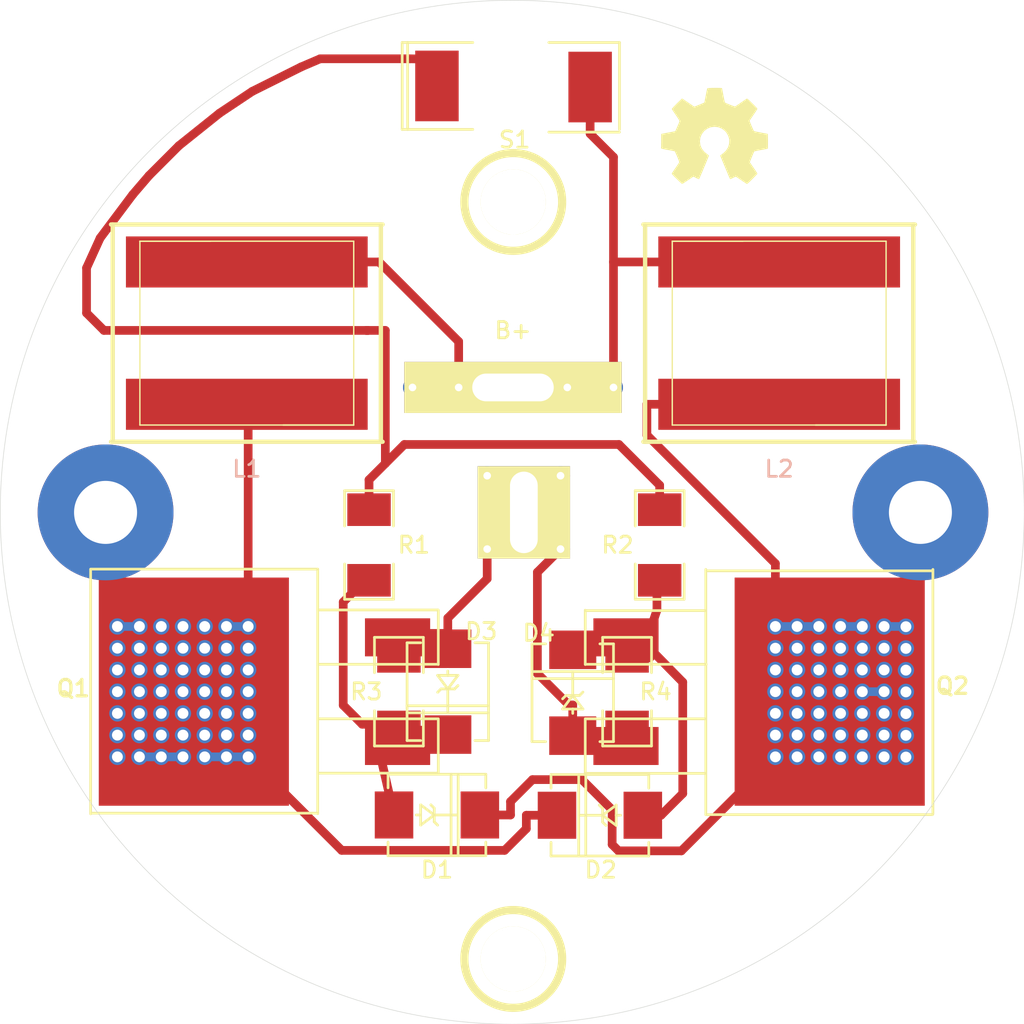
<source format=kicad_pcb>
(kicad_pcb (version 20171130) (host pcbnew "(5.1.12)-1")

  (general
    (thickness 1.6002)
    (drawings 1)
    (tracks 233)
    (zones 0)
    (modules 28)
    (nets 8)
  )

  (page A4)
  (title_block
    (title "SMT-ZVS Driver")
    (rev 9J)
  )

  (layers
    (0 Front signal)
    (31 Back signal)
    (32 B.Adhes user hide)
    (33 F.Adhes user hide)
    (34 B.Paste user hide)
    (35 F.Paste user hide)
    (36 B.SilkS user)
    (37 F.SilkS user hide)
    (38 B.Mask user)
    (39 F.Mask user)
    (40 Dwgs.User user)
    (41 Cmts.User user hide)
    (42 Eco1.User user hide)
    (43 Eco2.User user hide)
    (44 Edge.Cuts user)
  )

  (setup
    (last_trace_width 0.4064)
    (user_trace_width 0.6096)
    (user_trace_width 0.8128)
    (user_trace_width 1.2192)
    (trace_clearance 0.3302)
    (zone_clearance 0.508)
    (zone_45_only yes)
    (trace_min 0.3302)
    (via_size 0.889)
    (via_drill 0.3556)
    (via_min_size 0.889)
    (via_min_drill 0.3556)
    (uvia_size 0.508)
    (uvia_drill 0.127)
    (uvias_allowed no)
    (uvia_min_size 0.508)
    (uvia_min_drill 0.127)
    (edge_width 0.254)
    (segment_width 0.254)
    (pcb_text_width 0.3048)
    (pcb_text_size 1.524 2.032)
    (mod_edge_width 0.127)
    (mod_text_size 1.524 1.524)
    (mod_text_width 0.3048)
    (pad_size 0.889 0.889)
    (pad_drill 0.3556)
    (pad_to_mask_clearance 0.254)
    (aux_axis_origin 0 0)
    (visible_elements 7FFFFFFF)
    (pcbplotparams
      (layerselection 0x00030_ffffffff)
      (usegerberextensions true)
      (usegerberattributes true)
      (usegerberadvancedattributes true)
      (creategerberjobfile true)
      (excludeedgelayer true)
      (linewidth 0.150000)
      (plotframeref false)
      (viasonmask false)
      (mode 1)
      (useauxorigin false)
      (hpglpennumber 1)
      (hpglpenspeed 20)
      (hpglpendiameter 15.000000)
      (psnegative false)
      (psa4output false)
      (plotreference true)
      (plotvalue false)
      (plotinvisibletext false)
      (padsonsilk false)
      (subtractmaskfromsilk true)
      (outputformat 1)
      (mirror false)
      (drillshape 0)
      (scaleselection 1)
      (outputdirectory "/home/user/kicad/IH-10/"))
  )

  (net 0 "")
  (net 1 +BATT)
  (net 2 GND)
  (net 3 N-000002)
  (net 4 N-000004)
  (net 5 N-000005)
  (net 6 N-000006)
  (net 7 N-000007)

  (net_class Default "This is the default net class."
    (clearance 0.3302)
    (trace_width 0.4064)
    (via_dia 0.889)
    (via_drill 0.3556)
    (uvia_dia 0.508)
    (uvia_drill 0.127)
    (add_net +BATT)
    (add_net GND)
    (add_net N-000002)
    (add_net N-000004)
    (add_net N-000005)
    (add_net N-000006)
    (add_net N-000007)
  )

  (module DPAKGDS-TVSM-Q2 (layer Front) (tedit 55EAC888) (tstamp 55EA0326)
    (at 71.0692 56.388 270)
    (tags "CMS DPACK")
    (path /52DDB130)
    (zone_connect 2)
    (fp_text reference Q2 (at -0.2667 -15.2654) (layer F.SilkS)
      (effects (font (size 0.762 0.762) (thickness 0.1524)))
    )
    (fp_text value MOSFET_N (at 0 -2.57 270) (layer F.SilkS) hide
      (effects (font (size 1.27 1.27) (thickness 0.1524)))
    )
    (fp_line (start 3.82 1.9) (end 3.82 -3.72) (layer F.SilkS) (width 0.127))
    (fp_line (start 1.27 1.9) (end 1.27 -3.7) (layer F.SilkS) (width 0.127))
    (fp_line (start -1.28 1.89) (end -1.28 -3.75) (layer F.SilkS) (width 0.127))
    (fp_line (start -3.79 1.89) (end -3.79 -3.72) (layer F.SilkS) (width 0.127))
    (fp_line (start 5.75 -3.73) (end 5.75 -14.33) (layer F.SilkS) (width 0.127))
    (fp_line (start -5.65 -3.73) (end -5.65 -14.33) (layer F.SilkS) (width 0.127))
    (fp_line (start 5.715 -3.733) (end -5.715 -3.733) (layer F.SilkS) (width 0.127))
    (fp_line (start -5.715 -14.351) (end 5.715 -14.351) (layer F.SilkS) (width 0.127))
    (fp_line (start -1.27 1.905) (end -3.81 1.905) (layer F.SilkS) (width 0.127))
    (fp_line (start 3.81 1.905) (end 1.27 1.905) (layer F.SilkS) (width 0.127))
    (pad D thru_hole circle (at 3.058 -13.089 270) (size 0.762 0.762) (drill 0.508) (layers *.Cu B.Mask)
      (net 7 N-000007) (solder_mask_margin 0.0254) (zone_connect 2))
    (pad D thru_hole circle (at 0.01 -13.089 270) (size 0.762 0.762) (drill 0.508) (layers *.Cu B.Mask)
      (net 7 N-000007) (solder_mask_margin 0.0254) (zone_connect 2))
    (pad D thru_hole circle (at 1.026 -13.089 270) (size 0.762 0.762) (drill 0.508) (layers *.Cu B.Mask)
      (net 7 N-000007) (solder_mask_margin 0.0254) (zone_connect 2))
    (pad D thru_hole circle (at 2.042 -13.089 270) (size 0.762 0.762) (drill 0.508) (layers *.Cu B.Mask)
      (net 7 N-000007) (solder_mask_margin 0.0254) (zone_connect 2))
    (pad D thru_hole circle (at -1.006 -13.089 270) (size 0.762 0.762) (drill 0.508) (layers *.Cu B.Mask)
      (net 7 N-000007) (solder_mask_margin 0.0254) (zone_connect 2))
    (pad D thru_hole circle (at -2.022 -13.089 270) (size 0.762 0.762) (drill 0.508) (layers *.Cu B.Mask)
      (net 7 N-000007) (solder_mask_margin 0.0254) (zone_connect 2))
    (pad D thru_hole circle (at -3.038 -13.089 270) (size 0.762 0.762) (drill 0.508) (layers *.Cu B.Mask)
      (net 7 N-000007) (solder_mask_margin 0.0254) (zone_connect 2))
    (pad D thru_hole circle (at -3.048 -12.069 270) (size 0.762 0.762) (drill 0.508) (layers *.Cu B.Mask)
      (net 7 N-000007) (solder_mask_margin 0.0254) (zone_connect 2))
    (pad D thru_hole circle (at -2.032 -12.069 270) (size 0.762 0.762) (drill 0.508) (layers *.Cu B.Mask)
      (net 7 N-000007) (solder_mask_margin 0.0254) (zone_connect 2))
    (pad D thru_hole circle (at -1.016 -12.069 270) (size 0.762 0.762) (drill 0.508) (layers *.Cu B.Mask)
      (net 7 N-000007) (solder_mask_margin 0.0254) (zone_connect 2))
    (pad D thru_hole circle (at 2.032 -12.069 270) (size 0.762 0.762) (drill 0.508) (layers *.Cu B.Mask)
      (net 7 N-000007) (solder_mask_margin 0.0254) (zone_connect 2))
    (pad D thru_hole circle (at 1.016 -12.069 270) (size 0.762 0.762) (drill 0.508) (layers *.Cu B.Mask)
      (net 7 N-000007) (solder_mask_margin 0.0254) (zone_connect 2))
    (pad D thru_hole circle (at 0 -12.069 270) (size 0.762 0.762) (drill 0.508) (layers *.Cu B.Mask)
      (net 7 N-000007) (solder_mask_margin 0.0254) (zone_connect 2))
    (pad D thru_hole circle (at 3.048 -12.069 270) (size 0.762 0.762) (drill 0.508) (layers *.Cu B.Mask)
      (net 7 N-000007) (solder_mask_margin 0.0254) (zone_connect 2))
    (pad D thru_hole circle (at 3.048 -6.985 270) (size 0.762 0.762) (drill 0.508) (layers *.Cu B.Mask)
      (net 7 N-000007) (solder_mask_margin 0.0254) (zone_connect 2))
    (pad D thru_hole circle (at 3.048 -11.049 270) (size 0.762 0.762) (drill 0.508) (layers *.Cu B.Mask)
      (net 7 N-000007) (solder_mask_margin 0.0254) (zone_connect 2))
    (pad D thru_hole circle (at 3.048 -8.001 270) (size 0.762 0.762) (drill 0.508) (layers *.Cu B.Mask)
      (net 7 N-000007) (solder_mask_margin 0.0254) (zone_connect 2))
    (pad D thru_hole circle (at 3.048 -10.033 270) (size 0.762 0.762) (drill 0.508) (layers *.Cu B.Mask)
      (net 7 N-000007) (solder_mask_margin 0.0254) (zone_connect 2))
    (pad D thru_hole circle (at 3.048 -9.017 270) (size 0.762 0.762) (drill 0.508) (layers *.Cu B.Mask)
      (net 7 N-000007) (solder_mask_margin 0.0254) (zone_connect 2))
    (pad D thru_hole circle (at 0 -6.985 270) (size 0.762 0.762) (drill 0.508) (layers *.Cu B.Mask)
      (net 7 N-000007) (solder_mask_margin 0.0254) (zone_connect 2))
    (pad D thru_hole circle (at 0 -11.049 270) (size 0.762 0.762) (drill 0.508) (layers *.Cu B.Mask)
      (net 7 N-000007) (solder_mask_margin 0.0254) (zone_connect 2))
    (pad D thru_hole circle (at 0 -8.001 270) (size 0.762 0.762) (drill 0.508) (layers *.Cu B.Mask)
      (net 7 N-000007) (solder_mask_margin 0.0254) (zone_connect 2))
    (pad D thru_hole circle (at 0 -10.033 270) (size 0.762 0.762) (drill 0.508) (layers *.Cu B.Mask)
      (net 7 N-000007) (solder_mask_margin 0.0254) (zone_connect 2))
    (pad D thru_hole circle (at 0 -9.017 270) (size 0.762 0.762) (drill 0.508) (layers *.Cu B.Mask)
      (net 7 N-000007) (solder_mask_margin 0.0254) (zone_connect 2))
    (pad D thru_hole circle (at 1.016 -9.017 270) (size 0.762 0.762) (drill 0.508) (layers *.Cu B.Mask)
      (net 7 N-000007) (solder_mask_margin 0.0254) (zone_connect 2))
    (pad D thru_hole circle (at 1.016 -10.033 270) (size 0.762 0.762) (drill 0.508) (layers *.Cu B.Mask)
      (net 7 N-000007) (solder_mask_margin 0.0254) (zone_connect 2))
    (pad D thru_hole circle (at 1.016 -8.001 270) (size 0.762 0.762) (drill 0.508) (layers *.Cu B.Mask)
      (net 7 N-000007) (solder_mask_margin 0.0254) (zone_connect 2))
    (pad D thru_hole circle (at 1.016 -11.049 270) (size 0.762 0.762) (drill 0.508) (layers *.Cu B.Mask)
      (net 7 N-000007) (solder_mask_margin 0.0254) (zone_connect 2))
    (pad D thru_hole circle (at 1.016 -6.985 270) (size 0.762 0.762) (drill 0.508) (layers *.Cu B.Mask)
      (net 7 N-000007) (solder_mask_margin 0.0254) (zone_connect 2))
    (pad D thru_hole circle (at 2.032 -9.017 270) (size 0.762 0.762) (drill 0.508) (layers *.Cu B.Mask)
      (net 7 N-000007) (solder_mask_margin 0.0254) (zone_connect 2))
    (pad D thru_hole circle (at 2.032 -10.033 270) (size 0.762 0.762) (drill 0.508) (layers *.Cu B.Mask)
      (net 7 N-000007) (solder_mask_margin 0.0254) (zone_connect 2))
    (pad D thru_hole circle (at 2.032 -8.001 270) (size 0.762 0.762) (drill 0.508) (layers *.Cu B.Mask)
      (net 7 N-000007) (solder_mask_margin 0.0254) (zone_connect 2))
    (pad D thru_hole circle (at 2.032 -11.049 270) (size 0.762 0.762) (drill 0.508) (layers *.Cu B.Mask)
      (net 7 N-000007) (solder_mask_margin 0.0254) (zone_connect 2))
    (pad D thru_hole circle (at 2.032 -6.985 270) (size 0.762 0.762) (drill 0.508) (layers *.Cu B.Mask)
      (net 7 N-000007) (solder_mask_margin 0.0254) (zone_connect 2))
    (pad D thru_hole circle (at -1.016 -6.985 270) (size 0.762 0.762) (drill 0.508) (layers *.Cu B.Mask)
      (net 7 N-000007) (solder_mask_margin 0.0254) (zone_connect 2))
    (pad D thru_hole circle (at -1.016 -11.049 270) (size 0.762 0.762) (drill 0.508) (layers *.Cu B.Mask)
      (net 7 N-000007) (solder_mask_margin 0.0254) (zone_connect 2))
    (pad D thru_hole circle (at -1.016 -8.001 270) (size 0.762 0.762) (drill 0.508) (layers *.Cu B.Mask)
      (net 7 N-000007) (solder_mask_margin 0.0254) (zone_connect 2))
    (pad D thru_hole circle (at -1.016 -10.033 270) (size 0.762 0.762) (drill 0.508) (layers *.Cu B.Mask)
      (net 7 N-000007) (solder_mask_margin 0.0254) (zone_connect 2))
    (pad D thru_hole circle (at -1.016 -9.017 270) (size 0.762 0.762) (drill 0.508) (layers *.Cu B.Mask)
      (net 7 N-000007) (solder_mask_margin 0.0254) (zone_connect 2))
    (pad D thru_hole circle (at -2.032 -6.985 270) (size 0.762 0.762) (drill 0.508) (layers *.Cu B.Mask)
      (net 7 N-000007) (solder_mask_margin 0.0254) (zone_connect 2))
    (pad D thru_hole circle (at -2.032 -11.049 270) (size 0.762 0.762) (drill 0.508) (layers *.Cu B.Mask)
      (net 7 N-000007) (solder_mask_margin 0.0254) (zone_connect 2))
    (pad D thru_hole circle (at -2.032 -8.001 270) (size 0.762 0.762) (drill 0.508) (layers *.Cu B.Mask)
      (net 7 N-000007) (solder_mask_margin 0.0254) (zone_connect 2))
    (pad D thru_hole circle (at -2.032 -10.033 270) (size 0.762 0.762) (drill 0.508) (layers *.Cu B.Mask)
      (net 7 N-000007) (solder_mask_margin 0.0254) (zone_connect 2))
    (pad D thru_hole circle (at -2.032 -9.017 270) (size 0.762 0.762) (drill 0.508) (layers *.Cu B.Mask)
      (net 7 N-000007) (solder_mask_margin 0.0254) (zone_connect 2))
    (pad D thru_hole circle (at -3.048 -9.017 270) (size 0.762 0.762) (drill 0.508) (layers *.Cu B.Mask)
      (net 7 N-000007) (solder_mask_margin 0.0254) (zone_connect 2))
    (pad D thru_hole circle (at -3.048 -10.033 270) (size 0.762 0.762) (drill 0.508) (layers *.Cu B.Mask)
      (net 7 N-000007) (solder_mask_margin 0.0254) (zone_connect 2))
    (pad D smd rect (at 0 -9.525 270) (size 10.668 8.89) (layers Front F.Paste F.Mask)
      (net 7 N-000007) (zone_connect 2))
    (pad G smd rect (at -2.54 0 270) (size 1.778 3.048) (layers Front F.Paste F.Mask)
      (net 3 N-000002) (zone_connect 2))
    (pad S smd rect (at 2.54 0 270) (size 1.778 3.048) (layers Front F.Paste F.Mask)
      (net 2 GND) (zone_connect 2))
    (pad D thru_hole circle (at -3.048 -8.001 270) (size 0.762 0.762) (drill 0.508) (layers *.Cu B.Mask)
      (net 7 N-000007) (solder_mask_margin 0.0254) (zone_connect 2))
    (pad D thru_hole circle (at -3.048 -11.049 270) (size 0.762 0.762) (drill 0.508) (layers *.Cu B.Mask)
      (net 7 N-000007) (solder_mask_margin 0.0254) (zone_connect 2))
    (pad D thru_hole circle (at -3.048 -6.985 270) (size 0.762 0.762) (drill 0.508) (layers *.Cu B.Mask)
      (net 7 N-000007) (solder_mask_margin 0.0254) (zone_connect 2))
    (model smd/dpack_3.wrl
      (offset (xyz 0 1.015999984741211 0))
      (scale (xyz 1 1 1))
      (rotate (xyz 0 0 0))
    )
  )

  (module DPAKGDS-TVSM-Q1 (layer Front) (tedit 55EAC8AF) (tstamp 55EA062D)
    (at 60.3885 56.388 90)
    (tags "CMS DPACK")
    (path /52DDB130)
    (zone_connect 2)
    (fp_text reference Q1 (at 0.1524 -15.1638 180) (layer F.SilkS)
      (effects (font (size 0.762 0.762) (thickness 0.1524)))
    )
    (fp_text value MOSFET_N (at 0.01 -2.55 90) (layer F.SilkS) hide
      (effects (font (size 1.27 1.27) (thickness 0.1524)))
    )
    (fp_line (start 5.73 -3.73) (end 5.73 -14.35) (layer F.SilkS) (width 0.127))
    (fp_line (start -5.68 -3.73) (end -5.68 -14.33) (layer F.SilkS) (width 0.127))
    (fp_line (start 3.82 1.89) (end 3.82 -3.71) (layer F.SilkS) (width 0.127))
    (fp_line (start 1.28 1.9) (end 1.28 -3.72) (layer F.SilkS) (width 0.127))
    (fp_line (start -1.27 1.89) (end -1.27 -3.72) (layer F.SilkS) (width 0.127))
    (fp_line (start -3.81 1.89) (end -3.81 -3.72) (layer F.SilkS) (width 0.127))
    (fp_line (start 5.725 -3.733) (end -5.705 -3.733) (layer F.SilkS) (width 0.127))
    (fp_line (start -5.715 -14.351) (end 5.715 -14.351) (layer F.SilkS) (width 0.127))
    (fp_line (start -1.27 1.905) (end -3.81 1.905) (layer F.SilkS) (width 0.127))
    (fp_line (start 3.81 1.905) (end 1.27 1.905) (layer F.SilkS) (width 0.127))
    (pad D thru_hole circle (at 3.048 -13.099 90) (size 0.762 0.762) (drill 0.508) (layers *.Cu B.Mask)
      (net 6 N-000006) (solder_mask_margin 0.0254) (zone_connect 2))
    (pad D thru_hole circle (at 0 -13.099 90) (size 0.762 0.762) (drill 0.508) (layers *.Cu B.Mask)
      (net 6 N-000006) (solder_mask_margin 0.0254) (zone_connect 2))
    (pad D thru_hole circle (at 1.016 -13.099 90) (size 0.762 0.762) (drill 0.508) (layers *.Cu B.Mask)
      (net 6 N-000006) (solder_mask_margin 0.0254) (zone_connect 2))
    (pad D thru_hole circle (at 2.032 -13.099 90) (size 0.762 0.762) (drill 0.508) (layers *.Cu B.Mask)
      (net 6 N-000006) (solder_mask_margin 0.0254) (zone_connect 2))
    (pad D thru_hole circle (at -1.016 -13.099 90) (size 0.762 0.762) (drill 0.508) (layers *.Cu B.Mask)
      (net 6 N-000006) (solder_mask_margin 0.0254) (zone_connect 2))
    (pad D thru_hole circle (at -2.032 -13.099 90) (size 0.762 0.762) (drill 0.508) (layers *.Cu B.Mask)
      (net 6 N-000006) (solder_mask_margin 0.0254) (zone_connect 2))
    (pad D thru_hole circle (at -3.048 -13.099 90) (size 0.762 0.762) (drill 0.508) (layers *.Cu B.Mask)
      (net 6 N-000006) (solder_mask_margin 0.0254) (zone_connect 2))
    (pad D thru_hole circle (at -3.048 -12.069 90) (size 0.762 0.762) (drill 0.508) (layers *.Cu B.Mask)
      (net 6 N-000006) (solder_mask_margin 0.0254) (zone_connect 2))
    (pad D thru_hole circle (at -2.032 -12.069 90) (size 0.762 0.762) (drill 0.508) (layers *.Cu B.Mask)
      (net 6 N-000006) (solder_mask_margin 0.0254) (zone_connect 2))
    (pad D thru_hole circle (at -1.016 -12.069 90) (size 0.762 0.762) (drill 0.508) (layers *.Cu B.Mask)
      (net 6 N-000006) (solder_mask_margin 0.0254) (zone_connect 2))
    (pad D thru_hole circle (at 2.032 -12.069 90) (size 0.762 0.762) (drill 0.508) (layers *.Cu B.Mask)
      (net 6 N-000006) (solder_mask_margin 0.0254) (zone_connect 2))
    (pad D thru_hole circle (at 1.016 -12.069 90) (size 0.762 0.762) (drill 0.508) (layers *.Cu B.Mask)
      (net 6 N-000006) (solder_mask_margin 0.0254) (zone_connect 2))
    (pad D thru_hole circle (at 0 -12.069 90) (size 0.762 0.762) (drill 0.508) (layers *.Cu B.Mask)
      (net 6 N-000006) (solder_mask_margin 0.0254) (zone_connect 2))
    (pad D thru_hole circle (at 3.048 -12.069 90) (size 0.762 0.762) (drill 0.508) (layers *.Cu B.Mask)
      (net 6 N-000006) (solder_mask_margin 0.0254) (zone_connect 2))
    (pad D thru_hole circle (at 3.048 -6.985 90) (size 0.762 0.762) (drill 0.508) (layers *.Cu B.Mask)
      (net 6 N-000006) (solder_mask_margin 0.0254) (zone_connect 2))
    (pad D thru_hole circle (at 3.048 -11.049 90) (size 0.762 0.762) (drill 0.508) (layers *.Cu B.Mask)
      (net 6 N-000006) (solder_mask_margin 0.0254) (zone_connect 2))
    (pad D thru_hole circle (at 3.048 -8.001 90) (size 0.762 0.762) (drill 0.508) (layers *.Cu B.Mask)
      (net 6 N-000006) (solder_mask_margin 0.0254) (zone_connect 2))
    (pad D thru_hole circle (at 3.048 -10.033 90) (size 0.762 0.762) (drill 0.508) (layers *.Cu B.Mask)
      (net 6 N-000006) (solder_mask_margin 0.0254) (zone_connect 2))
    (pad D thru_hole circle (at 3.048 -9.017 90) (size 0.762 0.762) (drill 0.508) (layers *.Cu B.Mask)
      (net 6 N-000006) (solder_mask_margin 0.0254) (zone_connect 2))
    (pad D thru_hole circle (at 0 -6.985 90) (size 0.762 0.762) (drill 0.508) (layers *.Cu B.Mask)
      (net 6 N-000006) (solder_mask_margin 0.0254) (zone_connect 2))
    (pad D thru_hole circle (at 0 -11.049 90) (size 0.762 0.762) (drill 0.508) (layers *.Cu B.Mask)
      (net 6 N-000006) (solder_mask_margin 0.0254) (zone_connect 2))
    (pad D thru_hole circle (at 0 -8.001 90) (size 0.762 0.762) (drill 0.508) (layers *.Cu B.Mask)
      (net 6 N-000006) (solder_mask_margin 0.0254) (zone_connect 2))
    (pad D thru_hole circle (at 0 -10.033 90) (size 0.762 0.762) (drill 0.508) (layers *.Cu B.Mask)
      (net 6 N-000006) (solder_mask_margin 0.0254) (zone_connect 2))
    (pad D thru_hole circle (at 0 -9.017 90) (size 0.762 0.762) (drill 0.508) (layers *.Cu B.Mask)
      (net 6 N-000006) (solder_mask_margin 0.0254) (zone_connect 2))
    (pad D thru_hole circle (at 1.016 -9.017 90) (size 0.762 0.762) (drill 0.508) (layers *.Cu B.Mask)
      (net 6 N-000006) (solder_mask_margin 0.0254) (zone_connect 2))
    (pad D thru_hole circle (at 1.016 -10.033 90) (size 0.762 0.762) (drill 0.508) (layers *.Cu B.Mask)
      (net 6 N-000006) (solder_mask_margin 0.0254) (zone_connect 2))
    (pad D thru_hole circle (at 1.016 -8.001 90) (size 0.762 0.762) (drill 0.508) (layers *.Cu B.Mask)
      (net 6 N-000006) (solder_mask_margin 0.0254) (zone_connect 2))
    (pad D thru_hole circle (at 1.016 -11.049 90) (size 0.762 0.762) (drill 0.508) (layers *.Cu B.Mask)
      (net 6 N-000006) (solder_mask_margin 0.0254) (zone_connect 2))
    (pad D thru_hole circle (at 1.016 -6.985 90) (size 0.762 0.762) (drill 0.508) (layers *.Cu B.Mask)
      (net 6 N-000006) (solder_mask_margin 0.0254) (zone_connect 2))
    (pad D thru_hole circle (at 2.032 -9.017 90) (size 0.762 0.762) (drill 0.508) (layers *.Cu B.Mask)
      (net 6 N-000006) (solder_mask_margin 0.0254) (zone_connect 2))
    (pad D thru_hole circle (at 2.032 -10.033 90) (size 0.762 0.762) (drill 0.508) (layers *.Cu B.Mask)
      (net 6 N-000006) (solder_mask_margin 0.0254) (zone_connect 2))
    (pad D thru_hole circle (at 2.032 -8.001 90) (size 0.762 0.762) (drill 0.508) (layers *.Cu B.Mask)
      (net 6 N-000006) (solder_mask_margin 0.0254) (zone_connect 2))
    (pad D thru_hole circle (at 2.032 -11.049 90) (size 0.762 0.762) (drill 0.508) (layers *.Cu B.Mask)
      (net 6 N-000006) (solder_mask_margin 0.0254) (zone_connect 2))
    (pad D thru_hole circle (at 2.032 -6.985 90) (size 0.762 0.762) (drill 0.508) (layers *.Cu B.Mask)
      (net 6 N-000006) (solder_mask_margin 0.0254) (zone_connect 2))
    (pad D thru_hole circle (at -1.016 -6.985 90) (size 0.762 0.762) (drill 0.508) (layers *.Cu B.Mask)
      (net 6 N-000006) (solder_mask_margin 0.0254) (zone_connect 2))
    (pad D thru_hole circle (at -1.016 -11.049 90) (size 0.762 0.762) (drill 0.508) (layers *.Cu B.Mask)
      (net 6 N-000006) (solder_mask_margin 0.0254) (zone_connect 2))
    (pad D thru_hole circle (at -1.016 -8.001 90) (size 0.762 0.762) (drill 0.508) (layers *.Cu B.Mask)
      (net 6 N-000006) (solder_mask_margin 0.0254) (zone_connect 2))
    (pad D thru_hole circle (at -1.016 -10.033 90) (size 0.762 0.762) (drill 0.508) (layers *.Cu B.Mask)
      (net 6 N-000006) (solder_mask_margin 0.0254) (zone_connect 2))
    (pad D thru_hole circle (at -1.016 -9.017 90) (size 0.762 0.762) (drill 0.508) (layers *.Cu B.Mask)
      (net 6 N-000006) (solder_mask_margin 0.0254) (zone_connect 2))
    (pad D thru_hole circle (at -2.032 -6.985 90) (size 0.762 0.762) (drill 0.508) (layers *.Cu B.Mask)
      (net 6 N-000006) (solder_mask_margin 0.0254) (zone_connect 2))
    (pad D thru_hole circle (at -2.032 -11.049 90) (size 0.762 0.762) (drill 0.508) (layers *.Cu B.Mask)
      (net 6 N-000006) (solder_mask_margin 0.0254) (zone_connect 2))
    (pad D thru_hole circle (at -2.032 -8.001 90) (size 0.762 0.762) (drill 0.508) (layers *.Cu B.Mask)
      (net 6 N-000006) (solder_mask_margin 0.0254) (zone_connect 2))
    (pad D thru_hole circle (at -2.032 -10.033 90) (size 0.762 0.762) (drill 0.508) (layers *.Cu B.Mask)
      (net 6 N-000006) (solder_mask_margin 0.0254) (zone_connect 2))
    (pad D thru_hole circle (at -2.032 -9.017 90) (size 0.762 0.762) (drill 0.508) (layers *.Cu B.Mask)
      (net 6 N-000006) (solder_mask_margin 0.0254) (zone_connect 2))
    (pad D thru_hole circle (at -3.048 -9.017 90) (size 0.762 0.762) (drill 0.508) (layers *.Cu B.Mask)
      (net 6 N-000006) (solder_mask_margin 0.0254) (zone_connect 2))
    (pad D thru_hole circle (at -3.048 -10.033 90) (size 0.762 0.762) (drill 0.508) (layers *.Cu B.Mask)
      (net 6 N-000006) (solder_mask_margin 0.0254) (zone_connect 2))
    (pad D smd rect (at 0 -9.525 90) (size 10.668 8.89) (layers Front F.Paste F.Mask)
      (net 6 N-000006) (zone_connect 2))
    (pad G smd rect (at -2.54 0 90) (size 1.778 3.048) (layers Front F.Paste F.Mask)
      (net 4 N-000004) (zone_connect 2))
    (pad S smd rect (at 2.54 0 90) (size 1.778 3.048) (layers Front F.Paste F.Mask)
      (net 2 GND) (zone_connect 2))
    (pad D thru_hole circle (at -3.048 -8.001 90) (size 0.762 0.762) (drill 0.508) (layers *.Cu B.Mask)
      (net 6 N-000006) (solder_mask_margin 0.0254) (zone_connect 2))
    (pad D thru_hole circle (at -3.048 -11.049 90) (size 0.762 0.762) (drill 0.508) (layers *.Cu B.Mask)
      (net 6 N-000006) (solder_mask_margin 0.0254) (zone_connect 2))
    (pad D thru_hole circle (at -3.048 -6.985 90) (size 0.762 0.762) (drill 0.508) (layers *.Cu B.Mask)
      (net 6 N-000006) (solder_mask_margin 0.0254) (zone_connect 2))
    (model smd/dpack_3.wrl
      (offset (xyz 0 1.015999984741211 0))
      (scale (xyz 1 1 1))
      (rotate (xyz 0 0 0))
    )
  )

  (module 1pin (layer Front) (tedit 5595B402) (tstamp 55BCAF6A)
    (at 65.7987 33.4899)
    (descr "module 1 pin (ou trou mecanique de percage)")
    (tags DEV)
    (path 1pin)
    (clearance 1.27)
    (zone_connect 0)
    (fp_text reference mount_2 (at 0 -3.048) (layer F.SilkS) hide
      (effects (font (size 1.016 1.016) (thickness 0.254)))
    )
    (fp_text value P*** (at 0 2.794) (layer F.SilkS) hide
      (effects (font (size 1.016 1.016) (thickness 0.254)))
    )
    (fp_circle (center 0 0) (end 0 -2.286) (layer F.SilkS) (width 0.381))
    (pad "" np_thru_hole circle (at 0 0) (size 3.048 3.048) (drill 3.048) (layers *.Cu *.Mask F.SilkS)
      (zone_connect 0))
  )

  (module SM2112L (layer Front) (tedit 55B7CB13) (tstamp 555E883C)
    (at 65.6844 28.067)
    (attr smd)
    (fp_text reference S1 (at 0.1778 2.5146) (layer F.SilkS)
      (effects (font (size 0.762 0.762) (thickness 0.127)))
    )
    (fp_text value Val** (at -0.889 0 90) (layer F.SilkS) hide
      (effects (font (size 0.762 0.762) (thickness 0.1905)))
    )
    (fp_line (start -5.08 -2.032) (end -5.08 2.032) (layer F.SilkS) (width 0.127))
    (fp_line (start -4.826 -2.032) (end -4.826 2.032) (layer F.SilkS) (width 0.127))
    (fp_line (start -1.778 2.032) (end -5.08 2.032) (layer F.SilkS) (width 0.127))
    (fp_line (start -1.778 -2.032) (end -5.08 -2.032) (layer F.SilkS) (width 0.127))
    (fp_line (start 1.778 -2.032) (end 5.08 -2.032) (layer F.SilkS) (width 0.127))
    (fp_line (start 5.08 -2.032) (end 5.08 2.032) (layer F.SilkS) (width 0.127))
    (fp_line (start 5.08 2.159) (end 1.778 2.159) (layer F.SilkS) (width 0.127))
    (pad 2 smd rect (at 3.7084 0.0508) (size 2.032 3.302) (layers Front F.Paste F.Mask)
      (net 1 +BATT) (zone_connect 1) (thermal_width 1.016) (thermal_gap 0.508))
    (pad 1 smd rect (at -3.4544 0) (size 2.032 3.302) (layers Front F.Paste F.Mask)
      (net 5 N-000005))
    (model smd/chip_cms.wrl
      (at (xyz 0 0 0))
      (scale (xyz 0.3 0.4 0.4))
      (rotate (xyz 0 0 0))
    )
  )

  (module endcap locked (layer Front) (tedit 5586DB5C) (tstamp 555C7DBF)
    (at 65.786 48.006)
    (fp_text reference endcap (at 0 0) (layer F.SilkS) hide
      (effects (font (size 1.5 1.5) (thickness 0.15)))
    )
    (fp_text value VAL** (at 0 0) (layer F.SilkS) hide
      (effects (font (size 1.5 1.5) (thickness 0.15)))
    )
    (pad "" thru_hole circle (at 19.05 0) (size 6.35 6.35) (drill 2.9464) (layers *.Cu *.Mask)
      (net 7 N-000007) (zone_connect 2))
    (pad "" thru_hole circle (at -19.05 0) (size 6.35 6.35) (drill 2.9464) (layers *.Cu *.Mask)
      (net 6 N-000006) (zone_connect 2))
  )

  (module inductor-coilcraft-xal1010-102 (layer Front) (tedit 55B95497) (tstamp 5524B50A)
    (at 53.34 39.624 270)
    (descr "SMD INDUCTOR")
    (tags "SMD INDUCTOR")
    (path /52DDAEDB)
    (attr smd)
    (fp_text reference L1 (at 6.35 0) (layer B.SilkS)
      (effects (font (size 0.762 0.762) (thickness 0.127)))
    )
    (fp_text value INDUCTOR (at -1.45796 3.86334 270) (layer B.SilkS) hide
      (effects (font (size 1.27 1.27) (thickness 0.0889)))
    )
    (fp_line (start -4.29768 4.99872) (end -4.29768 1.69926) (layer F.SilkS) (width 0.06604))
    (fp_line (start 4.29768 -1.69926) (end 4.29768 -4.99872) (layer F.SilkS) (width 0.06604))
    (fp_line (start -4.29768 4.99872) (end 4.29768 4.99872) (layer F.SilkS) (width 0.06604))
    (fp_line (start 4.29768 4.99872) (end 4.29768 -4.99872) (layer F.SilkS) (width 0.06604))
    (fp_line (start -4.29768 -4.99872) (end 4.29768 -4.99872) (layer F.SilkS) (width 0.06604))
    (fp_line (start -4.29768 4.99872) (end -4.29768 -4.99872) (layer F.SilkS) (width 0.06604))
    (fp_line (start -5.08 -6.35) (end -5.08 6.35) (layer F.SilkS) (width 0.2032))
    (fp_line (start 5.08 6.35) (end 5.08 -6.35) (layer F.SilkS) (width 0.2032))
    (fp_line (start 5.08 -6.26872) (end -5.08 -6.26872) (layer F.SilkS) (width 0.2032))
    (fp_line (start 5.08 6.26872) (end -5.08 6.26872) (layer F.SilkS) (width 0.2032))
    (pad 1 smd rect (at -3.3274 0 270) (size 2.3876 11.303) (layers Front F.Paste F.Mask)
      (net 1 +BATT))
    (pad 2 smd rect (at 3.3274 0 270) (size 2.3876 11.303) (layers Front F.Paste F.Mask)
      (net 6 N-000006))
  )

  (module via (layer Front) (tedit 55324D26) (tstamp 55324D07)
    (at 72.009 54.61)
    (descr "module 1 pin (ou trou mecanique de percage)")
    (tags DEV)
    (path 1pin)
    (zone_connect 2)
    (fp_text reference Noname_10 (at 0 2.54) (layer F.SilkS) hide
      (effects (font (size 1.016 1.016) (thickness 0.254)))
    )
    (fp_text value "" (at 0 2.794) (layer F.SilkS) hide
      (effects (font (size 1.016 1.016) (thickness 0.254)))
    )
  )

  (module via (layer Front) (tedit 55324D10) (tstamp 5520A6B3)
    (at 70.739 54.61)
    (descr "module 1 pin (ou trou mecanique de percage)")
    (tags DEV)
    (path 1pin)
    (zone_connect 2)
    (fp_text reference Noname_9 (at 0 2.54) (layer F.SilkS) hide
      (effects (font (size 1.016 1.016) (thickness 0.254)))
    )
    (fp_text value "" (at 0 2.794) (layer F.SilkS) hide
      (effects (font (size 1.016 1.016) (thickness 0.254)))
    )
  )

  (module via (layer Front) (tedit 55324CDF) (tstamp 5520A698)
    (at 72.009 55.626)
    (descr "module 1 pin (ou trou mecanique de percage)")
    (tags DEV)
    (path 1pin)
    (zone_connect 2)
    (fp_text reference Noname_8 (at 0 2.54) (layer F.SilkS) hide
      (effects (font (size 1.016 1.016) (thickness 0.254)))
    )
    (fp_text value "" (at 0 2.794) (layer F.SilkS) hide
      (effects (font (size 1.016 1.016) (thickness 0.254)))
    )
  )

  (module via (layer Front) (tedit 55324CD4) (tstamp 5520A6A1)
    (at 70.739 55.626)
    (descr "module 1 pin (ou trou mecanique de percage)")
    (tags DEV)
    (path 1pin)
    (zone_connect 2)
    (fp_text reference Noname_7 (at 0 2.54) (layer F.SilkS) hide
      (effects (font (size 1.016 1.016) (thickness 0.254)))
    )
    (fp_text value "" (at 0 2.794) (layer F.SilkS) hide
      (effects (font (size 1.016 1.016) (thickness 0.254)))
    )
  )

  (module via (layer Front) (tedit 55324CAC) (tstamp 5520A6E7)
    (at 60.96 52.07)
    (descr "module 1 pin (ou trou mecanique de percage)")
    (tags DEV)
    (path 1pin)
    (zone_connect 2)
    (fp_text reference Noname_6 (at 0 2.54) (layer F.SilkS) hide
      (effects (font (size 1.016 1.016) (thickness 0.254)))
    )
    (fp_text value "" (at 0 2.794) (layer F.SilkS) hide
      (effects (font (size 1.016 1.016) (thickness 0.254)))
    )
  )

  (module via (layer Front) (tedit 55324CBB) (tstamp 551F435C)
    (at 62.23 52.07)
    (descr "module 1 pin (ou trou mecanique de percage)")
    (tags DEV)
    (path 1pin)
    (zone_connect 2)
    (fp_text reference Noname_5 (at 0 2.54) (layer F.SilkS) hide
      (effects (font (size 1.016 1.016) (thickness 0.254)))
    )
    (fp_text value "" (at 0 2.794) (layer F.SilkS) hide
      (effects (font (size 1.016 1.016) (thickness 0.254)))
    )
  )

  (module via (layer Front) (tedit 55324CC1) (tstamp 551F4353)
    (at 62.23 53.086)
    (descr "module 1 pin (ou trou mecanique de percage)")
    (tags DEV)
    (path 1pin)
    (zone_connect 2)
    (fp_text reference Noname_4 (at 0 2.54) (layer F.SilkS) hide
      (effects (font (size 1.016 1.016) (thickness 0.254)))
    )
    (fp_text value "" (at 0 2.794) (layer F.SilkS) hide
      (effects (font (size 1.016 1.016) (thickness 0.254)))
    )
  )

  (module DO214 (layer Front) (tedit 55B94DB6) (tstamp 52E43FF0)
    (at 62.738 56.388 270)
    (descr "DO214AC PACKAGE. MONODIRECTIONAL.")
    (tags "DO214AC PACKAGE. MONODIRECTIONAL.")
    (path /52DDB1BE)
    (attr smd)
    (fp_text reference D3 (at -2.8194 -1.5621) (layer F.SilkS)
      (effects (font (size 0.762 0.762) (thickness 0.127)))
    )
    (fp_text value ZENER (at 0.254 2.921 270) (layer F.SilkS) hide
      (effects (font (size 1.27 1.27) (thickness 0.0889)))
    )
    (fp_line (start -0.762 0) (end -0.9652 0) (layer F.SilkS) (width 0.127))
    (fp_line (start -2.286 -1.905) (end 2.286 -1.905) (layer F.SilkS) (width 0.127))
    (fp_line (start 2.286 -1.905) (end 2.286 -1.27) (layer F.SilkS) (width 0.127))
    (fp_line (start 0.6604 1.905) (end 0.6604 -1.905) (layer F.SilkS) (width 0.127))
    (fp_line (start 0.9906 1.905) (end 0.9906 -1.905) (layer F.SilkS) (width 0.127))
    (fp_line (start -2.286 1.27) (end -2.286 1.905) (layer F.SilkS) (width 0.127))
    (fp_line (start -2.286 1.905) (end 2.286 1.905) (layer F.SilkS) (width 0.127))
    (fp_line (start 2.286 1.905) (end 2.286 1.27) (layer F.SilkS) (width 0.127))
    (fp_line (start -2.286 -1.27) (end -2.286 -1.905) (layer F.SilkS) (width 0.127))
    (fp_line (start -0.127 0) (end -0.762 -0.47498) (layer F.SilkS) (width 0.127))
    (fp_line (start -0.762 -0.47498) (end -0.762 0) (layer F.SilkS) (width 0.127))
    (fp_line (start -0.762 0) (end -0.762 0.47498) (layer F.SilkS) (width 0.127))
    (fp_line (start -0.762 0.47498) (end -0.127 0) (layer F.SilkS) (width 0.127))
    (fp_line (start -0.127 0) (end -0.127 -0.3175) (layer F.SilkS) (width 0.127))
    (fp_line (start -0.127 -0.3175) (end -0.28448 -0.47498) (layer F.SilkS) (width 0.127))
    (fp_line (start -0.127 0) (end -0.127 0.3175) (layer F.SilkS) (width 0.127))
    (fp_line (start -0.127 0.3175) (end 0.03048 0.47498) (layer F.SilkS) (width 0.127))
    (fp_line (start -0.127 0) (end 0.98298 0) (layer F.SilkS) (width 0.127))
    (pad 1 smd rect (at -2.0066 0 270) (size 1.80086 2.19964) (layers Front F.Paste F.Mask)
      (net 2 GND))
    (pad 2 smd rect (at 2.0066 0 270) (size 1.80086 2.19964) (layers Front F.Paste F.Mask)
      (net 4 N-000004))
    (model smd/do214.wrl
      (at (xyz 0 0 0))
      (scale (xyz 1 1 1))
      (rotate (xyz 0 0 0))
    )
  )

  (module DO214 (layer Front) (tedit 55B94DD8) (tstamp 5516D487)
    (at 68.58 56.4388 90)
    (descr "DO214AC PACKAGE. MONODIRECTIONAL.")
    (tags "DO214AC PACKAGE. MONODIRECTIONAL.")
    (path /52DDB1DC)
    (attr smd)
    (fp_text reference D4 (at 2.794 -1.5875 180) (layer F.SilkS)
      (effects (font (size 0.762 0.762) (thickness 0.127)))
    )
    (fp_text value ZENER (at 0.254 2.921 90) (layer F.SilkS) hide
      (effects (font (size 1.27 1.27) (thickness 0.0889)))
    )
    (fp_line (start -0.762 0) (end -0.9652 0) (layer F.SilkS) (width 0.127))
    (fp_line (start -2.286 -1.905) (end 2.286 -1.905) (layer F.SilkS) (width 0.127))
    (fp_line (start 2.286 -1.905) (end 2.286 -1.27) (layer F.SilkS) (width 0.127))
    (fp_line (start 0.6604 1.905) (end 0.6604 -1.905) (layer F.SilkS) (width 0.127))
    (fp_line (start 0.9906 1.905) (end 0.9906 -1.905) (layer F.SilkS) (width 0.127))
    (fp_line (start -2.286 1.27) (end -2.286 1.905) (layer F.SilkS) (width 0.127))
    (fp_line (start -2.286 1.905) (end 2.286 1.905) (layer F.SilkS) (width 0.127))
    (fp_line (start 2.286 1.905) (end 2.286 1.27) (layer F.SilkS) (width 0.127))
    (fp_line (start -2.286 -1.27) (end -2.286 -1.905) (layer F.SilkS) (width 0.127))
    (fp_line (start -0.127 0) (end -0.762 -0.47498) (layer F.SilkS) (width 0.127))
    (fp_line (start -0.762 -0.47498) (end -0.762 0) (layer F.SilkS) (width 0.127))
    (fp_line (start -0.762 0) (end -0.762 0.47498) (layer F.SilkS) (width 0.127))
    (fp_line (start -0.762 0.47498) (end -0.127 0) (layer F.SilkS) (width 0.127))
    (fp_line (start -0.127 0) (end -0.127 -0.3175) (layer F.SilkS) (width 0.127))
    (fp_line (start -0.127 -0.3175) (end -0.28448 -0.47498) (layer F.SilkS) (width 0.127))
    (fp_line (start -0.127 0) (end -0.127 0.3175) (layer F.SilkS) (width 0.127))
    (fp_line (start -0.127 0.3175) (end 0.03048 0.47498) (layer F.SilkS) (width 0.127))
    (fp_line (start -0.127 0) (end 0.98298 0) (layer F.SilkS) (width 0.127))
    (pad 1 smd rect (at -2.0066 0 90) (size 1.80086 2.19964) (layers Front F.Paste F.Mask)
      (net 2 GND))
    (pad 2 smd rect (at 2.0066 0 90) (size 1.80086 2.19964) (layers Front F.Paste F.Mask)
      (net 3 N-000002))
    (model smd/do214.wrl
      (at (xyz 0 0 0))
      (scale (xyz 1 1 1))
      (rotate (xyz 0 0 0))
    )
  )

  (module SM1206 (layer Front) (tedit 559595B2) (tstamp 52AB74E6)
    (at 72.644 49.53 270)
    (path /52DDB78E)
    (attr smd)
    (fp_text reference R2 (at 0 1.9685) (layer F.SilkS)
      (effects (font (size 0.762 0.762) (thickness 0.127)))
    )
    (fp_text value 270 (at 0 0 270) (layer F.SilkS) hide
      (effects (font (size 0.762 0.762) (thickness 0.127)))
    )
    (fp_line (start -2.54 -1.143) (end -2.54 1.143) (layer F.SilkS) (width 0.127))
    (fp_line (start -2.54 1.143) (end -0.889 1.143) (layer F.SilkS) (width 0.127))
    (fp_line (start 0.889 -1.143) (end 2.54 -1.143) (layer F.SilkS) (width 0.127))
    (fp_line (start 2.54 -1.143) (end 2.54 1.143) (layer F.SilkS) (width 0.127))
    (fp_line (start 2.54 1.143) (end 0.889 1.143) (layer F.SilkS) (width 0.127))
    (fp_line (start -0.889 -1.143) (end -2.54 -1.143) (layer F.SilkS) (width 0.127))
    (pad 1 smd rect (at -1.651 0 270) (size 1.524 2.032) (layers Front F.Paste F.Mask)
      (net 5 N-000005))
    (pad 2 smd rect (at 1.651 0 270) (size 1.524 2.032) (layers Front F.Paste F.Mask)
      (net 3 N-000002))
    (model smd/chip_cms.wrl
      (at (xyz 0 0 0))
      (scale (xyz 0.17 0.16 0.16))
      (rotate (xyz 0 0 0))
    )
  )

  (module DO214 (layer Front) (tedit 55B94E60) (tstamp 55BA6259)
    (at 69.85 62.1665 180)
    (descr "DO214AC PACKAGE. MONODIRECTIONAL.")
    (tags "DO214AC PACKAGE. MONODIRECTIONAL.")
    (path /52DDB383)
    (attr smd)
    (fp_text reference D2 (at -0.0381 -2.5527 180) (layer F.SilkS)
      (effects (font (size 0.762 0.762) (thickness 0.127)))
    )
    (fp_text value DIODE (at 0.254 2.921 180) (layer F.SilkS) hide
      (effects (font (size 1.27 1.27) (thickness 0.0889)))
    )
    (fp_line (start -0.762 0) (end -0.9652 0) (layer F.SilkS) (width 0.127))
    (fp_line (start -2.286 -1.905) (end 2.286 -1.905) (layer F.SilkS) (width 0.127))
    (fp_line (start 2.286 -1.905) (end 2.286 -1.27) (layer F.SilkS) (width 0.127))
    (fp_line (start 0.6604 1.905) (end 0.6604 -1.905) (layer F.SilkS) (width 0.127))
    (fp_line (start 0.9906 1.905) (end 0.9906 -1.905) (layer F.SilkS) (width 0.127))
    (fp_line (start -2.286 1.27) (end -2.286 1.905) (layer F.SilkS) (width 0.127))
    (fp_line (start -2.286 1.905) (end 2.286 1.905) (layer F.SilkS) (width 0.127))
    (fp_line (start 2.286 1.905) (end 2.286 1.27) (layer F.SilkS) (width 0.127))
    (fp_line (start -2.286 -1.27) (end -2.286 -1.905) (layer F.SilkS) (width 0.127))
    (fp_line (start -0.127 0) (end -0.762 -0.47498) (layer F.SilkS) (width 0.127))
    (fp_line (start -0.762 -0.47498) (end -0.762 0) (layer F.SilkS) (width 0.127))
    (fp_line (start -0.762 0) (end -0.762 0.47498) (layer F.SilkS) (width 0.127))
    (fp_line (start -0.762 0.47498) (end -0.127 0) (layer F.SilkS) (width 0.127))
    (fp_line (start -0.127 0) (end -0.127 -0.3175) (layer F.SilkS) (width 0.127))
    (fp_line (start -0.127 -0.3175) (end -0.28448 -0.47498) (layer F.SilkS) (width 0.127))
    (fp_line (start -0.127 0) (end -0.127 0.3175) (layer F.SilkS) (width 0.127))
    (fp_line (start -0.127 0.3175) (end 0.03048 0.47498) (layer F.SilkS) (width 0.127))
    (fp_line (start -0.127 0) (end 0.98298 0) (layer F.SilkS) (width 0.127))
    (pad 1 smd rect (at -2.0066 0 180) (size 1.80086 2.19964) (layers Front F.Paste F.Mask)
      (net 3 N-000002))
    (pad 2 smd rect (at 2.0066 0 180) (size 1.80086 2.19964) (layers Front F.Paste F.Mask)
      (net 6 N-000006))
    (model smd/do214.wrl
      (at (xyz 0 0 0))
      (scale (xyz 1 1 1))
      (rotate (xyz 0 0 0))
    )
  )

  (module DO214 (layer Front) (tedit 55B94E14) (tstamp 52AB7D18)
    (at 62.23 62.1538)
    (descr "DO214AC PACKAGE. MONODIRECTIONAL.")
    (tags "DO214AC PACKAGE. MONODIRECTIONAL.")
    (path /52DDB301)
    (attr smd)
    (fp_text reference D1 (at 0 2.5654) (layer F.SilkS)
      (effects (font (size 0.762 0.762) (thickness 0.127)))
    )
    (fp_text value DIODE (at 0.254 2.921) (layer F.SilkS) hide
      (effects (font (size 1.27 1.27) (thickness 0.0889)))
    )
    (fp_line (start -0.762 0) (end -0.9652 0) (layer F.SilkS) (width 0.127))
    (fp_line (start -2.286 -1.905) (end 2.286 -1.905) (layer F.SilkS) (width 0.127))
    (fp_line (start 2.286 -1.905) (end 2.286 -1.27) (layer F.SilkS) (width 0.127))
    (fp_line (start 0.6604 1.905) (end 0.6604 -1.905) (layer F.SilkS) (width 0.127))
    (fp_line (start 0.9906 1.905) (end 0.9906 -1.905) (layer F.SilkS) (width 0.127))
    (fp_line (start -2.286 1.27) (end -2.286 1.905) (layer F.SilkS) (width 0.127))
    (fp_line (start -2.286 1.905) (end 2.286 1.905) (layer F.SilkS) (width 0.127))
    (fp_line (start 2.286 1.905) (end 2.286 1.27) (layer F.SilkS) (width 0.127))
    (fp_line (start -2.286 -1.27) (end -2.286 -1.905) (layer F.SilkS) (width 0.127))
    (fp_line (start -0.127 0) (end -0.762 -0.47498) (layer F.SilkS) (width 0.127))
    (fp_line (start -0.762 -0.47498) (end -0.762 0) (layer F.SilkS) (width 0.127))
    (fp_line (start -0.762 0) (end -0.762 0.47498) (layer F.SilkS) (width 0.127))
    (fp_line (start -0.762 0.47498) (end -0.127 0) (layer F.SilkS) (width 0.127))
    (fp_line (start -0.127 0) (end -0.127 -0.3175) (layer F.SilkS) (width 0.127))
    (fp_line (start -0.127 -0.3175) (end -0.28448 -0.47498) (layer F.SilkS) (width 0.127))
    (fp_line (start -0.127 0) (end -0.127 0.3175) (layer F.SilkS) (width 0.127))
    (fp_line (start -0.127 0.3175) (end 0.03048 0.47498) (layer F.SilkS) (width 0.127))
    (fp_line (start -0.127 0) (end 0.98298 0) (layer F.SilkS) (width 0.127))
    (pad 1 smd rect (at -2.0066 0) (size 1.80086 2.19964) (layers Front F.Paste F.Mask)
      (net 4 N-000004))
    (pad 2 smd rect (at 2.0066 0) (size 1.80086 2.19964) (layers Front F.Paste F.Mask)
      (net 7 N-000007))
    (model smd/do214.wrl
      (at (xyz 0 0 0))
      (scale (xyz 1 1 1))
      (rotate (xyz 0 0 0))
    )
  )

  (module SM1206 (layer Front) (tedit 55959627) (tstamp 0)
    (at 60.452 56.388 90)
    (path /531E1DC6)
    (attr smd)
    (fp_text reference R3 (at 0 -1.524 180) (layer F.SilkS)
      (effects (font (size 0.762 0.762) (thickness 0.127)))
    )
    (fp_text value 10K (at 0 0 90) (layer F.SilkS) hide
      (effects (font (size 0.762 0.762) (thickness 0.127)))
    )
    (fp_line (start -2.54 -1.143) (end -2.54 1.143) (layer F.SilkS) (width 0.127))
    (fp_line (start -2.54 1.143) (end -0.889 1.143) (layer F.SilkS) (width 0.127))
    (fp_line (start 0.889 -1.143) (end 2.54 -1.143) (layer F.SilkS) (width 0.127))
    (fp_line (start 2.54 -1.143) (end 2.54 1.143) (layer F.SilkS) (width 0.127))
    (fp_line (start 2.54 1.143) (end 0.889 1.143) (layer F.SilkS) (width 0.127))
    (fp_line (start -0.889 -1.143) (end -2.54 -1.143) (layer F.SilkS) (width 0.127))
    (pad 1 smd rect (at -1.651 0 90) (size 1.524 2.032) (layers Front F.Paste F.Mask)
      (net 4 N-000004))
    (pad 2 smd rect (at 1.651 0 90) (size 1.524 2.032) (layers Front F.Paste F.Mask)
      (net 2 GND))
    (model smd/chip_cms.wrl
      (at (xyz 0 0 0))
      (scale (xyz 0.17 0.16 0.16))
      (rotate (xyz 0 0 0))
    )
  )

  (module SM1206 (layer Front) (tedit 55959640) (tstamp 531E1CCB)
    (at 71.12 56.388 270)
    (path /531E1DD4)
    (attr smd)
    (fp_text reference R4 (at 0 -1.3335) (layer F.SilkS)
      (effects (font (size 0.762 0.762) (thickness 0.127)))
    )
    (fp_text value 10K (at 0 0 270) (layer F.SilkS) hide
      (effects (font (size 0.762 0.762) (thickness 0.127)))
    )
    (fp_line (start -2.54 -1.143) (end -2.54 1.143) (layer F.SilkS) (width 0.127))
    (fp_line (start -2.54 1.143) (end -0.889 1.143) (layer F.SilkS) (width 0.127))
    (fp_line (start 0.889 -1.143) (end 2.54 -1.143) (layer F.SilkS) (width 0.127))
    (fp_line (start 2.54 -1.143) (end 2.54 1.143) (layer F.SilkS) (width 0.127))
    (fp_line (start 2.54 1.143) (end 0.889 1.143) (layer F.SilkS) (width 0.127))
    (fp_line (start -0.889 -1.143) (end -2.54 -1.143) (layer F.SilkS) (width 0.127))
    (pad 1 smd rect (at -1.651 0 270) (size 1.524 2.032) (layers Front F.Paste F.Mask)
      (net 3 N-000002))
    (pad 2 smd rect (at 1.651 0 270) (size 1.524 2.032) (layers Front F.Paste F.Mask)
      (net 2 GND))
    (model smd/chip_cms.wrl
      (at (xyz 0 0 0))
      (scale (xyz 0.17 0.16 0.16))
      (rotate (xyz 0 0 0))
    )
  )

  (module SM1206 (layer Front) (tedit 55959597) (tstamp 5388EA5B)
    (at 59.055 49.53 270)
    (path /52DDB77B)
    (attr smd)
    (fp_text reference R1 (at 0 -2.0955) (layer F.SilkS)
      (effects (font (size 0.762 0.762) (thickness 0.127)))
    )
    (fp_text value 270 (at 0 0 270) (layer F.SilkS) hide
      (effects (font (size 0.762 0.762) (thickness 0.127)))
    )
    (fp_line (start -2.54 -1.143) (end -2.54 1.143) (layer F.SilkS) (width 0.127))
    (fp_line (start -2.54 1.143) (end -0.889 1.143) (layer F.SilkS) (width 0.127))
    (fp_line (start 0.889 -1.143) (end 2.54 -1.143) (layer F.SilkS) (width 0.127))
    (fp_line (start 2.54 -1.143) (end 2.54 1.143) (layer F.SilkS) (width 0.127))
    (fp_line (start 2.54 1.143) (end 0.889 1.143) (layer F.SilkS) (width 0.127))
    (fp_line (start -0.889 -1.143) (end -2.54 -1.143) (layer F.SilkS) (width 0.127))
    (pad 1 smd rect (at -1.651 0 270) (size 1.524 2.032) (layers Front F.Paste F.Mask)
      (net 5 N-000005))
    (pad 2 smd rect (at 1.651 0 270) (size 1.524 2.032) (layers Front F.Paste F.Mask)
      (net 4 N-000004))
    (model smd/chip_cms.wrl
      (at (xyz 0 0 0))
      (scale (xyz 0.17 0.16 0.16))
      (rotate (xyz 0 0 0))
    )
  )

  (module via (layer Front) (tedit 55324CCB) (tstamp 5518EDB0)
    (at 59.944 55.372)
    (descr "module 1 pin (ou trou mecanique de percage)")
    (tags DEV)
    (path 1pin)
    (zone_connect 2)
    (fp_text reference Noname_3 (at 0 2.54) (layer F.SilkS) hide
      (effects (font (size 1.016 1.016) (thickness 0.254)))
    )
    (fp_text value "" (at 0 2.794) (layer F.SilkS) hide
      (effects (font (size 1.016 1.016) (thickness 0.254)))
    )
  )

  (module via (layer Front) (tedit 552459C5) (tstamp 5518EDC2)
    (at 67.564 61.468)
    (descr "module 1 pin (ou trou mecanique de percage)")
    (tags DEV)
    (path 1pin)
    (zone_connect 2)
    (fp_text reference Noname_2 (at 0 2.54) (layer F.SilkS) hide
      (effects (font (size 1.016 1.016) (thickness 0.254)))
    )
    (fp_text value "" (at 0 2.794) (layer F.SilkS) hide
      (effects (font (size 1.016 1.016) (thickness 0.254)))
    )
  )

  (module via (layer Front) (tedit 552459D2) (tstamp 5518EDCB)
    (at 71.882 56.388)
    (descr "module 1 pin (ou trou mecanique de percage)")
    (tags DEV)
    (path 1pin)
    (zone_connect 2)
    (fp_text reference Noname_1 (at 0 2.54) (layer F.SilkS) hide
      (effects (font (size 1.016 1.016) (thickness 0.254)))
    )
    (fp_text value "" (at 0 2.794) (layer F.SilkS) hide
      (effects (font (size 1.016 1.016) (thickness 0.254)))
    )
  )

  (module inductor-coilcraft-xal1010-102 (layer Front) (tedit 55B954BC) (tstamp 5521D631)
    (at 78.232 39.624 270)
    (descr "SMD INDUCTOR")
    (tags "SMD INDUCTOR")
    (path /52DDAEDB)
    (attr smd)
    (fp_text reference L2 (at 6.35 0) (layer B.SilkS)
      (effects (font (size 0.762 0.762) (thickness 0.127)))
    )
    (fp_text value INDUCTOR (at -1.45796 3.86334 270) (layer B.SilkS) hide
      (effects (font (size 1.27 1.27) (thickness 0.0889)))
    )
    (fp_line (start -4.29768 4.99872) (end -4.29768 1.69926) (layer F.SilkS) (width 0.06604))
    (fp_line (start 4.29768 -1.69926) (end 4.29768 -4.99872) (layer F.SilkS) (width 0.06604))
    (fp_line (start -4.29768 4.99872) (end 4.29768 4.99872) (layer F.SilkS) (width 0.06604))
    (fp_line (start 4.29768 4.99872) (end 4.29768 -4.99872) (layer F.SilkS) (width 0.06604))
    (fp_line (start -4.29768 -4.99872) (end 4.29768 -4.99872) (layer F.SilkS) (width 0.06604))
    (fp_line (start -4.29768 4.99872) (end -4.29768 -4.99872) (layer F.SilkS) (width 0.06604))
    (fp_line (start -5.08 -6.35) (end -5.08 6.35) (layer F.SilkS) (width 0.2032))
    (fp_line (start 5.08 6.35) (end 5.08 -6.35) (layer F.SilkS) (width 0.2032))
    (fp_line (start 5.08 -6.26872) (end -5.08 -6.26872) (layer F.SilkS) (width 0.2032))
    (fp_line (start 5.08 6.26872) (end -5.08 6.26872) (layer F.SilkS) (width 0.2032))
    (pad 1 smd rect (at -3.3274 0 270) (size 2.3876 11.303) (layers Front F.Paste F.Mask)
      (net 1 +BATT))
    (pad 2 smd rect (at 3.3274 0 270) (size 2.3876 11.303) (layers Front F.Paste F.Mask)
      (net 7 N-000007))
  )

  (module 1pin (layer Front) (tedit 5595B402) (tstamp 55874155)
    (at 65.7987 68.8848)
    (descr "module 1 pin (ou trou mecanique de percage)")
    (tags DEV)
    (path 1pin)
    (clearance 1.27)
    (zone_connect 0)
    (fp_text reference mount (at 0 -3.048) (layer F.SilkS) hide
      (effects (font (size 1.016 1.016) (thickness 0.254)))
    )
    (fp_text value P*** (at 0 2.794) (layer F.SilkS) hide
      (effects (font (size 1.016 1.016) (thickness 0.254)))
    )
    (fp_circle (center 0 0) (end 0 -2.286) (layer F.SilkS) (width 0.381))
    (pad "" np_thru_hole circle (at 0 0) (size 3.048 3.048) (drill 3.048) (layers *.Cu *.Mask F.SilkS)
      (zone_connect 0))
  )

  (module OSHW-logo_silkscreen-front_5mm (layer Front) (tedit 0) (tstamp 55BA60EB)
    (at 75.2094 30.4038)
    (fp_text reference G*** (at 0 2.65176) (layer F.SilkS) hide
      (effects (font (size 0.22606 0.22606) (thickness 0.04318)))
    )
    (fp_text value OSHW-logo_silkscreen-front_5mm (at 0 -2.65176) (layer F.SilkS) hide
      (effects (font (size 0.22606 0.22606) (thickness 0.04318)))
    )
    (fp_poly (pts (xy -1.51384 2.24536) (xy -1.48844 2.23012) (xy -1.43002 2.19456) (xy -1.3462 2.13868)
      (xy -1.24714 2.07264) (xy -1.14808 2.0066) (xy -1.0668 1.95326) (xy -1.01092 1.91516)
      (xy -0.98552 1.90246) (xy -0.97282 1.90754) (xy -0.9271 1.9304) (xy -0.85852 1.96596)
      (xy -0.81788 1.98628) (xy -0.75692 2.01168) (xy -0.7239 2.0193) (xy -0.71882 2.00914)
      (xy -0.69596 1.96088) (xy -0.6604 1.8796) (xy -0.61468 1.77038) (xy -0.5588 1.64338)
      (xy -0.50292 1.50876) (xy -0.4445 1.36906) (xy -0.38862 1.23444) (xy -0.34036 1.11506)
      (xy -0.29972 1.01854) (xy -0.27432 0.94996) (xy -0.26416 0.92202) (xy -0.2667 0.9144)
      (xy -0.29972 0.88392) (xy -0.35306 0.84328) (xy -0.47244 0.74676) (xy -0.58928 0.60198)
      (xy -0.6604 0.43688) (xy -0.68326 0.25146) (xy -0.66294 0.08128) (xy -0.5969 -0.08128)
      (xy -0.4826 -0.2286) (xy -0.3429 -0.33782) (xy -0.18034 -0.4064) (xy 0 -0.42926)
      (xy 0.17272 -0.40894) (xy 0.34036 -0.3429) (xy 0.48768 -0.23114) (xy 0.55118 -0.16002)
      (xy 0.63754 -0.01016) (xy 0.6858 0.14732) (xy 0.69088 0.18796) (xy 0.68326 0.36322)
      (xy 0.63246 0.5334) (xy 0.53848 0.68326) (xy 0.40894 0.80772) (xy 0.3937 0.81788)
      (xy 0.33528 0.8636) (xy 0.29464 0.89408) (xy 0.26416 0.91948) (xy 0.48768 1.45796)
      (xy 0.52324 1.54178) (xy 0.5842 1.6891) (xy 0.63754 1.8161) (xy 0.68072 1.9177)
      (xy 0.7112 1.98374) (xy 0.7239 2.01168) (xy 0.7239 2.01422) (xy 0.74422 2.01676)
      (xy 0.78486 2.00152) (xy 0.86106 1.96596) (xy 0.90932 1.94056) (xy 0.96774 1.91262)
      (xy 0.99314 1.90246) (xy 1.016 1.91516) (xy 1.06934 1.95072) (xy 1.15062 2.00406)
      (xy 1.24714 2.06756) (xy 1.33858 2.13106) (xy 1.4224 2.18694) (xy 1.48336 2.22504)
      (xy 1.51384 2.24282) (xy 1.51892 2.24282) (xy 1.54432 2.22758) (xy 1.59258 2.18694)
      (xy 1.66624 2.11836) (xy 1.77038 2.01422) (xy 1.78562 1.99898) (xy 1.87198 1.91262)
      (xy 1.94056 1.83896) (xy 1.98628 1.78816) (xy 2.00406 1.7653) (xy 1.98882 1.73482)
      (xy 1.95072 1.67386) (xy 1.89484 1.5875) (xy 1.82626 1.48844) (xy 1.64846 1.22936)
      (xy 1.74498 0.98552) (xy 1.77546 0.90932) (xy 1.81356 0.82042) (xy 1.8415 0.75438)
      (xy 1.85674 0.72644) (xy 1.88214 0.71628) (xy 1.95072 0.70104) (xy 2.04724 0.68072)
      (xy 2.16154 0.6604) (xy 2.2733 0.64008) (xy 2.37236 0.61976) (xy 2.44348 0.60706)
      (xy 2.4765 0.59944) (xy 2.48412 0.59436) (xy 2.49174 0.57912) (xy 2.49428 0.5461)
      (xy 2.49682 0.48514) (xy 2.49936 0.39116) (xy 2.49936 0.25146) (xy 2.49936 0.23622)
      (xy 2.49682 0.10668) (xy 2.49428 0) (xy 2.49174 -0.06604) (xy 2.48666 -0.09398)
      (xy 2.45618 -0.1016) (xy 2.38506 -0.11684) (xy 2.286 -0.13462) (xy 2.16662 -0.15748)
      (xy 2.159 -0.16002) (xy 2.04216 -0.18288) (xy 1.9431 -0.2032) (xy 1.87198 -0.21844)
      (xy 1.84404 -0.2286) (xy 1.83642 -0.23622) (xy 1.81356 -0.28194) (xy 1.78054 -0.3556)
      (xy 1.7399 -0.4445) (xy 1.7018 -0.53848) (xy 1.66878 -0.6223) (xy 1.64592 -0.68326)
      (xy 1.6383 -0.7112) (xy 1.64084 -0.71374) (xy 1.65862 -0.74168) (xy 1.69926 -0.80264)
      (xy 1.75514 -0.88646) (xy 1.82372 -0.98806) (xy 1.8288 -0.99568) (xy 1.89738 -1.09474)
      (xy 1.95326 -1.1811) (xy 1.98882 -1.23952) (xy 2.00406 -1.26746) (xy 2.00406 -1.27)
      (xy 1.9812 -1.30048) (xy 1.9304 -1.35636) (xy 1.85674 -1.43256) (xy 1.77038 -1.52146)
      (xy 1.74244 -1.54686) (xy 1.64338 -1.64338) (xy 1.57734 -1.70434) (xy 1.53416 -1.73736)
      (xy 1.51384 -1.74498) (xy 1.48336 -1.7272) (xy 1.41986 -1.68656) (xy 1.33604 -1.62814)
      (xy 1.23444 -1.55956) (xy 1.22682 -1.55448) (xy 1.12776 -1.4859) (xy 1.04394 -1.43002)
      (xy 0.98552 -1.38938) (xy 0.95758 -1.37414) (xy 0.95504 -1.37414) (xy 0.9144 -1.38684)
      (xy 0.84328 -1.41224) (xy 0.75438 -1.44526) (xy 0.66294 -1.48336) (xy 0.57912 -1.51892)
      (xy 0.51562 -1.54686) (xy 0.48514 -1.56464) (xy 0.47498 -1.6002) (xy 0.4572 -1.6764)
      (xy 0.43688 -1.778) (xy 0.41148 -1.89992) (xy 0.40894 -1.92024) (xy 0.38608 -2.03962)
      (xy 0.3683 -2.13868) (xy 0.35306 -2.20726) (xy 0.34544 -2.2352) (xy 0.3302 -2.23774)
      (xy 0.27178 -2.24282) (xy 0.18288 -2.24536) (xy 0.07366 -2.24536) (xy -0.0381 -2.24536)
      (xy -0.14732 -2.24282) (xy -0.2413 -2.24028) (xy -0.30988 -2.2352) (xy -0.33782 -2.23012)
      (xy -0.33782 -2.22758) (xy -0.34798 -2.18948) (xy -0.36576 -2.11582) (xy -0.38608 -2.01168)
      (xy -0.40894 -1.88976) (xy -0.41402 -1.8669) (xy -0.43688 -1.75006) (xy -0.4572 -1.651)
      (xy -0.4699 -1.58496) (xy -0.47752 -1.55702) (xy -0.49022 -1.55194) (xy -0.53848 -1.53162)
      (xy -0.61722 -1.4986) (xy -0.71628 -1.45796) (xy -0.94488 -1.36652) (xy -1.22682 -1.55702)
      (xy -1.25222 -1.5748) (xy -1.35382 -1.64338) (xy -1.4351 -1.69926) (xy -1.49352 -1.73736)
      (xy -1.51638 -1.75006) (xy -1.51892 -1.75006) (xy -1.54686 -1.72466) (xy -1.60274 -1.67132)
      (xy -1.67894 -1.59766) (xy -1.76784 -1.5113) (xy -1.83134 -1.44526) (xy -1.91008 -1.36652)
      (xy -1.95834 -1.31318) (xy -1.98628 -1.28016) (xy -1.9939 -1.25984) (xy -1.99136 -1.2446)
      (xy -1.97358 -1.21666) (xy -1.93294 -1.1557) (xy -1.87452 -1.06934) (xy -1.80594 -0.97028)
      (xy -1.75006 -0.88646) (xy -1.6891 -0.79248) (xy -1.651 -0.72644) (xy -1.63576 -0.69342)
      (xy -1.64084 -0.68072) (xy -1.65862 -0.62484) (xy -1.69418 -0.54102) (xy -1.73482 -0.44196)
      (xy -1.83388 -0.22098) (xy -1.97866 -0.19304) (xy -2.06756 -0.17526) (xy -2.18948 -0.1524)
      (xy -2.30886 -0.12954) (xy -2.49174 -0.09398) (xy -2.49936 0.58166) (xy -2.47142 0.59436)
      (xy -2.44348 0.60198) (xy -2.3749 0.61722) (xy -2.27838 0.63754) (xy -2.16154 0.65786)
      (xy -2.06502 0.67564) (xy -1.96596 0.69596) (xy -1.89484 0.70866) (xy -1.86436 0.71628)
      (xy -1.8542 0.72644) (xy -1.83134 0.7747) (xy -1.79578 0.8509) (xy -1.75514 0.94234)
      (xy -1.71704 1.03632) (xy -1.68148 1.12522) (xy -1.65862 1.19126) (xy -1.64846 1.22428)
      (xy -1.66116 1.25222) (xy -1.69926 1.31064) (xy -1.7526 1.39192) (xy -1.82118 1.49098)
      (xy -1.88722 1.5875) (xy -1.94564 1.67132) (xy -1.98374 1.73228) (xy -2.00152 1.76022)
      (xy -1.99136 1.778) (xy -1.95326 1.82626) (xy -1.8796 1.90246) (xy -1.76784 2.01168)
      (xy -1.75006 2.02946) (xy -1.6637 2.11328) (xy -1.59004 2.18186) (xy -1.5367 2.22758)
      (xy -1.51384 2.24536)) (layer F.SilkS) (width 0.00254))
  )

  (module DeanConn (layer Front) (tedit 573F4D26) (tstamp 573FA806)
    (at 65.786 42.164)
    (descr "module 1 pin (ou trou mecanique de percage)")
    (tags DEV)
    (path 1pin)
    (fp_text reference B+ (at 0 -2.667) (layer F.SilkS)
      (effects (font (size 0.762 0.762) (thickness 0.127)))
    )
    (fp_text value "" (at 0 2.794) (layer F.SilkS) hide
      (effects (font (size 1.016 1.016) (thickness 0.254)))
    )
    (pad 1 thru_hole rect (at 0 0) (size 10.16 2.3876) (drill oval 3.81 1.2954) (layers *.Cu F.SilkS F.Mask)
      (net 1 +BATT) (zone_connect 2))
    (pad 1 thru_hole circle (at -2.54 0) (size 0.889 0.889) (drill 0.3556) (layers *.Cu F.Mask)
      (net 1 +BATT) (zone_connect 2))
    (pad 1 thru_hole circle (at -4.699 0) (size 0.889 0.889) (drill 0.3556) (layers *.Cu F.Mask)
      (net 1 +BATT) (zone_connect 2))
    (pad 1 thru_hole circle (at 2.54 0) (size 0.889 0.889) (drill 0.3556) (layers *.Cu F.Mask)
      (net 1 +BATT) (zone_connect 2))
    (pad 1 thru_hole circle (at 4.699 0) (size 0.889 0.889) (drill 0.3556) (layers *.Cu F.Mask)
      (net 1 +BATT) (zone_connect 2))
    (pad 2 thru_hole rect (at 0.508 5.842) (size 4.318 4.318) (drill oval 1.2954 3.81) (layers *.Cu *.Mask F.SilkS)
      (net 2 GND))
    (pad 2 thru_hole circle (at -1.2065 4.1275) (size 0.889 0.889) (drill 0.3556) (layers *.Cu F.Mask)
      (net 2 GND))
    (pad 2 thru_hole circle (at 2.2225 4.1275) (size 0.889 0.889) (drill 0.3556) (layers *.Cu F.Mask)
      (net 2 GND))
    (pad 2 thru_hole circle (at -1.2065 7.5565) (size 0.889 0.889) (drill 0.3556) (layers *.Cu F.Mask)
      (net 2 GND))
    (pad 2 thru_hole circle (at 2.2225 7.5565) (size 0.889 0.889) (drill 0.3556) (layers *.Cu F.Mask)
      (net 2 GND))
  )

  (gr_circle (center 65.75044 47.99838) (end 89.49944 50.99812) (layer Edge.Cuts) (width 0.0254))

  (segment (start 53.34 36.2966) (end 59.525 36.2966) (width 0.4064) (layer Front) (net 1))
  (segment (start 59.525 36.2966) (end 63.246 40.0176) (width 0.4064) (layer Front) (net 1))
  (segment (start 63.246 40.0176) (end 63.246 42.164) (width 0.4064) (layer Front) (net 1))
  (segment (start 70.485 36.2966) (end 70.485 31.3945) (width 0.4064) (layer Front) (net 1))
  (segment (start 70.485 31.3945) (end 69.3928 30.3023) (width 0.4064) (layer Front) (net 1))
  (segment (start 70.485 42.164) (end 70.485 36.2966) (width 0.4064) (layer Front) (net 1))
  (segment (start 72.047 36.2966) (end 70.485 36.2966) (width 0.4064) (layer Front) (net 1))
  (segment (start 78.232 36.2966) (end 72.047 36.2966) (width 0.4064) (layer Front) (net 1))
  (segment (start 69.3928 28.1178) (end 69.3928 30.3023) (width 0.4064) (layer Front) (net 1))
  (segment (start 63.246 42.164) (end 65.786 42.164) (width 0.4064) (layer Back) (net 1))
  (segment (start 61.087 42.164) (end 63.246 42.164) (width 0.4064) (layer Back) (net 1))
  (segment (start 68.326 42.164) (end 65.786 42.164) (width 0.4064) (layer Back) (net 1))
  (segment (start 70.485 42.164) (end 68.326 42.164) (width 0.4064) (layer Back) (net 1))
  (segment (start 68.58 58.4454) (end 68.58 57.0115) (width 0.4064) (layer Front) (net 2))
  (segment (start 68.0085 49.7205) (end 66.9267 50.8023) (width 0.4064) (layer Front) (net 2))
  (segment (start 66.9267 50.8023) (end 66.9267 55.5374) (width 0.4064) (layer Front) (net 2))
  (segment (start 66.9267 55.5374) (end 68.4008 57.0115) (width 0.4064) (layer Front) (net 2))
  (segment (start 68.4008 57.0115) (end 68.58 57.0115) (width 0.4064) (layer Front) (net 2))
  (segment (start 68.0085 48.006) (end 68.0085 49.7205) (width 0.4064) (layer Front) (net 2))
  (segment (start 60.452 53.9115) (end 60.3885 53.848) (width 0.4064) (layer Front) (net 2))
  (segment (start 60.452 54.737) (end 60.452 53.9115) (width 0.4064) (layer Front) (net 2))
  (segment (start 62.738 53.6644) (end 60.6991 53.6644) (width 0.4064) (layer Front) (net 2))
  (segment (start 60.6991 53.6644) (end 60.452 53.9115) (width 0.4064) (layer Front) (net 2))
  (segment (start 62.738 53.6644) (end 62.738 52.9475) (width 0.4064) (layer Front) (net 2))
  (segment (start 62.738 54.3814) (end 62.738 53.6644) (width 0.4064) (layer Front) (net 2))
  (segment (start 71.0692 58.4454) (end 71.0692 58.928) (width 0.4064) (layer Front) (net 2))
  (segment (start 71.12 58.039) (end 71.0692 58.0898) (width 0.4064) (layer Front) (net 2))
  (segment (start 71.0692 58.0898) (end 71.0692 58.4454) (width 0.4064) (layer Front) (net 2))
  (segment (start 68.58 58.4454) (end 71.0692 58.4454) (width 0.4064) (layer Front) (net 2))
  (segment (start 64.5795 49.7205) (end 64.5795 51.106) (width 0.4064) (layer Front) (net 2))
  (segment (start 64.5795 51.106) (end 62.738 52.9475) (width 0.4064) (layer Front) (net 2))
  (segment (start 64.5795 48.006) (end 64.5795 49.7205) (width 0.4064) (layer Front) (net 2))
  (segment (start 64.5795 48.006) (end 64.5795 46.2915) (width 0.4064) (layer Front) (net 2))
  (segment (start 64.5795 48.006) (end 66.294 48.006) (width 0.4064) (layer Front) (net 2))
  (segment (start 68.0085 48.006) (end 68.0085 46.2915) (width 0.4064) (layer Front) (net 2))
  (segment (start 68.0085 48.006) (end 66.294 48.006) (width 0.4064) (layer Front) (net 2))
  (segment (start 68.58 54.4322) (end 68.707 54.4322) (width 0.4064) (layer Front) (net 3))
  (segment (start 71.12 54.737) (end 71.0692 54.6862) (width 0.4064) (layer Front) (net 3))
  (segment (start 71.0692 54.6862) (end 71.0692 53.848) (width 0.4064) (layer Front) (net 3))
  (segment (start 70.9422 53.848) (end 70.0024 53.8734) (width 0.8128) (layer Front) (net 3))
  (segment (start 71.882 53.8226) (end 70.9422 53.848) (width 0.8128) (layer Front) (net 3))
  (segment (start 70.9422 53.848) (end 71.0692 53.848) (width 0.4064) (layer Front) (net 3))
  (segment (start 70.0024 53.8734) (end 68.707 54.4322) (width 0.8128) (layer Front) (net 3))
  (segment (start 72.009 54.5846) (end 72.136 54.7116) (width 0.6096) (layer Front) (net 3))
  (segment (start 71.12 53.8226) (end 71.12 53.6956) (width 0.6096) (layer Front) (net 3))
  (segment (start 71.12 53.6956) (end 72.009 54.5846) (width 0.6096) (layer Front) (net 3))
  (segment (start 72.136 54.7116) (end 71.882 53.8226) (width 0.4064) (layer Front) (net 3))
  (segment (start 71.8566 62.1665) (end 72.7075 62.1665) (width 0.4064) (layer Front) (net 3))
  (segment (start 72.7075 62.1665) (end 73.7235 61.1505) (width 0.4064) (layer Front) (net 3))
  (segment (start 73.7235 61.1505) (end 73.7235 55.9435) (width 0.4064) (layer Front) (net 3))
  (segment (start 73.7235 55.9435) (end 72.39 54.5846) (width 0.4064) (layer Front) (net 3))
  (segment (start 72.39 54.5846) (end 72.009 54.5846) (width 0.4064) (layer Front) (net 3))
  (segment (start 72.009 54.5846) (end 71.12 53.8226) (width 0.4064) (layer Front) (net 3))
  (segment (start 70.0024 53.8734) (end 68.707 54.4322) (width 0.4064) (layer Front) (net 3))
  (segment (start 72.136 54.7116) (end 72.136 53.6956) (width 0.4064) (layer Front) (net 3))
  (segment (start 72.136 53.6956) (end 72.517 52.578) (width 0.4064) (layer Front) (net 3))
  (segment (start 72.517 52.578) (end 72.517 51.2445) (width 0.4064) (layer Front) (net 3))
  (segment (start 72.517 51.2445) (end 72.644 51.181) (width 0.4064) (layer Front) (net 3))
  (segment (start 60.5921 58.039) (end 60.5921 57.9268) (width 0.4064) (layer Front) (net 4))
  (segment (start 60.8076 58.3946) (end 60.5921 58.1791) (width 0.4064) (layer Front) (net 4))
  (segment (start 60.5921 58.1791) (end 60.5921 58.039) (width 0.4064) (layer Front) (net 4))
  (segment (start 60.5921 58.039) (end 60.452 58.039) (width 0.4064) (layer Front) (net 4))
  (segment (start 60.5921 57.9268) (end 59.7281 58.039) (width 0.4064) (layer Front) (net 4))
  (segment (start 59.055 51.181) (end 58.8645 51.181) (width 0.4064) (layer Front) (net 4))
  (segment (start 58.8645 51.181) (end 57.8485 52.197) (width 0.4064) (layer Front) (net 4))
  (segment (start 57.8485 52.197) (end 57.8485 57.023) (width 0.4064) (layer Front) (net 4))
  (segment (start 57.8485 57.023) (end 58.7375 57.912) (width 0.4064) (layer Front) (net 4))
  (segment (start 58.7375 57.912) (end 60.706 57.912) (width 0.4064) (layer Front) (net 4))
  (segment (start 60.706 57.912) (end 60.5921 57.9268) (width 0.4064) (layer Front) (net 4))
  (segment (start 61.4236 58.3946) (end 62.738 58.3946) (width 0.8128) (layer Front) (net 4))
  (segment (start 60.8076 58.3946) (end 61.4236 58.3946) (width 0.8128) (layer Front) (net 4))
  (segment (start 61.4236 58.3946) (end 62.738 58.3946) (width 0.8128) (layer Front) (net 4))
  (segment (start 60.8076 58.3946) (end 61.4236 58.3946) (width 0.8128) (layer Front) (net 4))
  (segment (start 60.1091 58.3946) (end 60.8076 58.3946) (width 0.8128) (layer Front) (net 4))
  (segment (start 60.1091 58.3946) (end 60.8076 58.3946) (width 0.8128) (layer Front) (net 4))
  (segment (start 60.3885 58.928) (end 60.4266 58.928) (width 0.4064) (layer Front) (net 4))
  (segment (start 59.5757 58.928) (end 60.3885 58.928) (width 0.4064) (layer Front) (net 4))
  (segment (start 60.2234 62.1538) (end 59.4995 59.0042) (width 0.4064) (layer Front) (net 4))
  (segment (start 59.4995 59.0042) (end 59.5757 58.928) (width 0.4064) (layer Front) (net 4))
  (segment (start 59.5757 58.928) (end 60.1091 58.3946) (width 0.8128) (layer Front) (net 4))
  (segment (start 60.1091 58.3946) (end 59.8297 58.3946) (width 0.8128) (layer Front) (net 4))
  (segment (start 59.8297 58.3946) (end 59.4741 58.039) (width 0.8128) (layer Front) (net 4))
  (segment (start 59.4741 58.039) (end 59.4741 58.928) (width 0.8128) (layer Front) (net 4))
  (segment (start 59.4741 58.928) (end 59.5757 58.928) (width 0.8128) (layer Front) (net 4))
  (segment (start 61.6204 26.8097) (end 62.23 27.4193) (width 0.4064) (layer Front) (net 5))
  (segment (start 62.23 27.4193) (end 62.23 28.067) (width 0.4064) (layer Front) (net 5))
  (segment (start 61.6204 26.8097) (end 62.2808 26.8224) (width 0.4064) (layer Front) (net 5))
  (segment (start 58.928 39.497) (end 46.6598 39.497) (width 0.4064) (layer Front) (net 5))
  (segment (start 46.6598 39.497) (end 45.847 38.6842) (width 0.4064) (layer Front) (net 5))
  (segment (start 45.847 38.6842) (end 45.847 36.576) (width 0.4064) (layer Front) (net 5))
  (segment (start 45.847 36.576) (end 46.482 35.179) (width 0.4064) (layer Front) (net 5))
  (segment (start 46.482 35.179) (end 48.006 33.147) (width 0.4064) (layer Front) (net 5))
  (segment (start 48.006 33.147) (end 48.768 32.258) (width 0.4064) (layer Front) (net 5))
  (segment (start 48.768 32.258) (end 50.165 30.861) (width 0.4064) (layer Front) (net 5))
  (segment (start 50.165 30.861) (end 52.07 29.337) (width 0.4064) (layer Front) (net 5))
  (segment (start 52.07 29.337) (end 53.594 28.321) (width 0.4064) (layer Front) (net 5))
  (segment (start 53.594 28.321) (end 55.88 27.178) (width 0.4064) (layer Front) (net 5))
  (segment (start 55.88 27.178) (end 56.769 26.797) (width 0.4064) (layer Front) (net 5))
  (segment (start 56.769 26.797) (end 60.96 26.797) (width 0.4064) (layer Front) (net 5))
  (segment (start 60.96 26.797) (end 61.6204 26.8097) (width 0.4064) (layer Front) (net 5))
  (segment (start 59.0042 39.497) (end 58.928 39.497) (width 0.4064) (layer Front) (net 5))
  (segment (start 58.928 39.497) (end 59.0042 39.497) (width 0.4064) (layer Front) (net 5))
  (segment (start 59.817 45.72) (end 59.055 46.482) (width 0.4064) (layer Front) (net 5))
  (segment (start 59.055 46.482) (end 59.055 47.879) (width 0.4064) (layer Front) (net 5))
  (segment (start 72.644 47.879) (end 72.644 46.736) (width 0.4064) (layer Front) (net 5))
  (segment (start 72.644 46.736) (end 70.739 44.831) (width 0.4064) (layer Front) (net 5))
  (segment (start 70.739 44.831) (end 60.706 44.831) (width 0.4064) (layer Front) (net 5))
  (segment (start 60.706 44.831) (end 59.817 45.72) (width 0.4064) (layer Front) (net 5))
  (segment (start 59.0042 39.497) (end 59.817 39.497) (width 0.4064) (layer Front) (net 5))
  (segment (start 59.817 39.497) (end 59.817 45.72) (width 0.4064) (layer Front) (net 5))
  (segment (start 47.2895 53.34) (end 48.3195 53.34) (width 0.4064) (layer Back) (net 6))
  (segment (start 47.2895 54.356) (end 47.2895 53.34) (width 0.4064) (layer Front) (net 6))
  (segment (start 47.2895 55.372) (end 47.2895 54.356) (width 0.4064) (layer Front) (net 6))
  (segment (start 47.2895 55.372) (end 47.2895 56.388) (width 0.4064) (layer Front) (net 6))
  (segment (start 47.2895 57.404) (end 47.2895 56.388) (width 0.4064) (layer Front) (net 6))
  (segment (start 47.2895 58.42) (end 47.2895 57.404) (width 0.4064) (layer Front) (net 6))
  (segment (start 47.2895 59.436) (end 47.2895 58.42) (width 0.4064) (layer Front) (net 6))
  (segment (start 48.3195 59.436) (end 49.3395 59.436) (width 0.4064) (layer Back) (net 6))
  (segment (start 48.3195 58.42) (end 48.3195 59.436) (width 0.4064) (layer Front) (net 6))
  (segment (start 48.3195 57.404) (end 48.3195 58.42) (width 0.4064) (layer Front) (net 6))
  (segment (start 48.3195 56.388) (end 48.3195 57.404) (width 0.4064) (layer Front) (net 6))
  (segment (start 48.3195 55.372) (end 48.3195 56.388) (width 0.4064) (layer Front) (net 6))
  (segment (start 48.3195 55.372) (end 48.3195 54.356) (width 0.4064) (layer Front) (net 6))
  (segment (start 48.3195 53.34) (end 48.3195 54.356) (width 0.4064) (layer Front) (net 6))
  (segment (start 53.4035 53.34) (end 52.3875 53.34) (width 0.4064) (layer Back) (net 6))
  (segment (start 49.3395 59.436) (end 50.3555 59.436) (width 0.4064) (layer Back) (net 6))
  (segment (start 52.3875 59.436) (end 53.4035 59.436) (width 0.4064) (layer Back) (net 6))
  (segment (start 51.3715 59.436) (end 52.3875 59.436) (width 0.4064) (layer Back) (net 6))
  (segment (start 50.3555 54.356) (end 50.3555 53.34) (width 0.4064) (layer Front) (net 6))
  (segment (start 50.3555 55.372) (end 50.3555 54.356) (width 0.4064) (layer Front) (net 6))
  (segment (start 53.4035 56.388) (end 53.4035 57.404) (width 0.4064) (layer Front) (net 6))
  (segment (start 53.4035 55.372) (end 53.4035 56.388) (width 0.4064) (layer Front) (net 6))
  (segment (start 49.3395 54.356) (end 49.3395 53.34) (width 0.4064) (layer Front) (net 6))
  (segment (start 49.3395 55.372) (end 49.3395 54.356) (width 0.4064) (layer Front) (net 6))
  (segment (start 52.3875 54.356) (end 52.3875 53.34) (width 0.4064) (layer Front) (net 6))
  (segment (start 52.3875 55.372) (end 52.3875 54.356) (width 0.4064) (layer Front) (net 6))
  (segment (start 51.3715 54.356) (end 51.3715 53.34) (width 0.4064) (layer Front) (net 6))
  (segment (start 51.3715 55.372) (end 51.3715 54.356) (width 0.4064) (layer Front) (net 6))
  (segment (start 50.8635 56.388) (end 50.3555 56.388) (width 0.4064) (layer Front) (net 6))
  (segment (start 51.3715 56.388) (end 50.8635 56.388) (width 0.4064) (layer Front) (net 6))
  (segment (start 51.3715 55.372) (end 51.3715 56.388) (width 0.4064) (layer Front) (net 6))
  (segment (start 50.3555 55.372) (end 50.3555 56.388) (width 0.4064) (layer Front) (net 6))
  (segment (start 52.3875 55.372) (end 52.3875 56.388) (width 0.4064) (layer Front) (net 6))
  (segment (start 49.3395 55.372) (end 49.3395 56.388) (width 0.4064) (layer Front) (net 6))
  (segment (start 53.4035 54.356) (end 53.4035 55.372) (width 0.4064) (layer Front) (net 6))
  (segment (start 53.4035 57.404) (end 53.4035 58.42) (width 0.4064) (layer Front) (net 6))
  (segment (start 49.3395 57.404) (end 49.3395 56.388) (width 0.4064) (layer Front) (net 6))
  (segment (start 49.3395 58.42) (end 49.3395 57.404) (width 0.4064) (layer Front) (net 6))
  (segment (start 52.3875 57.404) (end 52.3875 56.388) (width 0.4064) (layer Front) (net 6))
  (segment (start 52.3875 58.42) (end 52.3875 57.404) (width 0.4064) (layer Front) (net 6))
  (segment (start 50.3555 57.404) (end 50.3555 56.388) (width 0.4064) (layer Front) (net 6))
  (segment (start 50.3555 58.42) (end 50.3555 57.404) (width 0.4064) (layer Front) (net 6))
  (segment (start 51.3715 57.404) (end 51.3715 56.388) (width 0.4064) (layer Front) (net 6))
  (segment (start 51.3715 58.42) (end 51.3715 57.404) (width 0.4064) (layer Front) (net 6))
  (segment (start 53.4035 58.42) (end 53.4035 59.436) (width 0.4064) (layer Front) (net 6))
  (segment (start 49.3395 59.436) (end 49.3395 58.42) (width 0.4064) (layer Front) (net 6))
  (segment (start 52.3875 59.436) (end 52.3875 58.42) (width 0.4064) (layer Front) (net 6))
  (segment (start 50.3555 59.436) (end 50.3555 58.42) (width 0.4064) (layer Front) (net 6))
  (segment (start 51.3715 59.436) (end 51.3715 58.42) (width 0.4064) (layer Front) (net 6))
  (segment (start 66.4095 62.1665) (end 66.4095 62.7938) (width 0.4064) (layer Front) (net 6))
  (segment (start 66.4095 62.7938) (end 65.3946 63.8087) (width 0.4064) (layer Front) (net 6))
  (segment (start 65.3946 63.8087) (end 57.7762 63.8087) (width 0.4064) (layer Front) (net 6))
  (segment (start 57.7762 63.8087) (end 53.4035 59.436) (width 0.4064) (layer Front) (net 6))
  (segment (start 46.736 48.006) (end 47.2895 48.5595) (width 0.4064) (layer Front) (net 6))
  (segment (start 47.2895 48.5595) (end 47.2895 53.34) (width 0.4064) (layer Front) (net 6))
  (segment (start 53.34 42.9514) (end 53.4035 43.0149) (width 0.4064) (layer Front) (net 6))
  (segment (start 53.4035 43.0149) (end 53.4035 53.34) (width 0.4064) (layer Front) (net 6))
  (segment (start 67.8434 62.1665) (end 66.4095 62.1665) (width 0.4064) (layer Front) (net 6))
  (segment (start 64.2366 62.1538) (end 65.6705 62.1538) (width 0.4064) (layer Front) (net 7))
  (segment (start 78.0542 59.436) (end 73.6587 63.8315) (width 0.4064) (layer Front) (net 7))
  (segment (start 73.6587 63.8315) (end 70.7195 63.8315) (width 0.4064) (layer Front) (net 7))
  (segment (start 70.7195 63.8315) (end 70.4226 63.5346) (width 0.4064) (layer Front) (net 7))
  (segment (start 70.4226 63.5346) (end 70.4226 61.9118) (width 0.4064) (layer Front) (net 7))
  (segment (start 70.4226 61.9118) (end 69.0116 60.5008) (width 0.4064) (layer Front) (net 7))
  (segment (start 69.0116 60.5008) (end 66.6962 60.5008) (width 0.4064) (layer Front) (net 7))
  (segment (start 66.6962 60.5008) (end 65.6705 61.5265) (width 0.4064) (layer Front) (net 7))
  (segment (start 65.6705 61.5265) (end 65.6705 62.1538) (width 0.4064) (layer Front) (net 7))
  (segment (start 78.0542 58.42) (end 78.0542 59.436) (width 0.4064) (layer Front) (net 7))
  (segment (start 84.1582 58.43) (end 84.1582 59.446) (width 0.4064) (layer Front) (net 7))
  (segment (start 84.1582 57.414) (end 84.1582 58.43) (width 0.4064) (layer Front) (net 7))
  (segment (start 84.1582 57.414) (end 84.1582 56.398) (width 0.4064) (layer Front) (net 7))
  (segment (start 84.1582 55.382) (end 84.1582 56.398) (width 0.4064) (layer Front) (net 7))
  (segment (start 84.1582 54.366) (end 84.1582 55.382) (width 0.4064) (layer Front) (net 7))
  (segment (start 84.1582 53.35) (end 84.1582 54.366) (width 0.4064) (layer Front) (net 7))
  (segment (start 84.836 48.006) (end 84.1582 48.6838) (width 0.4064) (layer Front) (net 7))
  (segment (start 84.1582 48.6838) (end 84.1582 53.35) (width 0.4064) (layer Front) (net 7))
  (segment (start 83.1382 53.34) (end 84.1482 53.34) (width 0.4064) (layer Back) (net 7))
  (segment (start 84.1482 53.34) (end 84.1582 53.35) (width 0.4064) (layer Back) (net 7))
  (segment (start 83.1382 54.356) (end 83.1382 53.34) (width 0.4064) (layer Front) (net 7))
  (segment (start 83.1382 55.372) (end 83.1382 54.356) (width 0.4064) (layer Front) (net 7))
  (segment (start 83.1382 56.388) (end 83.1382 55.372) (width 0.4064) (layer Front) (net 7))
  (segment (start 83.1382 57.404) (end 83.1382 56.388) (width 0.4064) (layer Front) (net 7))
  (segment (start 83.1382 57.404) (end 83.1382 58.42) (width 0.4064) (layer Front) (net 7))
  (segment (start 83.1382 59.436) (end 83.1382 58.42) (width 0.4064) (layer Front) (net 7))
  (segment (start 82.1182 56.388) (end 83.1382 56.388) (width 0.4064) (layer Back) (net 7))
  (segment (start 80.0862 53.34) (end 79.0702 53.34) (width 0.4064) (layer Back) (net 7))
  (segment (start 79.0702 53.34) (end 78.0542 53.34) (width 0.4064) (layer Back) (net 7))
  (segment (start 81.1022 53.34) (end 82.1182 53.34) (width 0.4064) (layer Back) (net 7))
  (segment (start 81.1022 58.42) (end 81.1022 59.436) (width 0.4064) (layer Front) (net 7))
  (segment (start 81.1022 57.404) (end 81.1022 58.42) (width 0.4064) (layer Front) (net 7))
  (segment (start 78.0542 57.404) (end 78.0542 58.42) (width 0.4064) (layer Front) (net 7))
  (segment (start 82.1182 58.42) (end 82.1182 59.436) (width 0.4064) (layer Front) (net 7))
  (segment (start 82.1182 57.404) (end 82.1182 58.42) (width 0.4064) (layer Front) (net 7))
  (segment (start 79.0702 58.42) (end 79.0702 59.436) (width 0.4064) (layer Front) (net 7))
  (segment (start 79.0702 57.404) (end 79.0702 58.42) (width 0.4064) (layer Front) (net 7))
  (segment (start 80.0862 58.42) (end 80.0862 59.436) (width 0.4064) (layer Front) (net 7))
  (segment (start 80.0862 57.404) (end 80.0862 58.42) (width 0.4064) (layer Front) (net 7))
  (segment (start 80.5942 56.388) (end 81.1022 56.388) (width 0.4064) (layer Front) (net 7))
  (segment (start 80.0862 56.388) (end 80.5942 56.388) (width 0.4064) (layer Front) (net 7))
  (segment (start 80.0862 57.404) (end 80.0862 56.388) (width 0.4064) (layer Front) (net 7))
  (segment (start 81.1022 57.404) (end 81.1022 56.388) (width 0.4064) (layer Front) (net 7))
  (segment (start 79.0702 57.404) (end 79.0702 56.388) (width 0.4064) (layer Front) (net 7))
  (segment (start 82.1182 57.404) (end 82.1182 56.388) (width 0.4064) (layer Front) (net 7))
  (segment (start 78.0542 57.404) (end 78.0542 56.388) (width 0.4064) (layer Front) (net 7))
  (segment (start 78.0542 55.372) (end 78.0542 56.388) (width 0.4064) (layer Front) (net 7))
  (segment (start 78.0542 54.356) (end 78.0542 55.372) (width 0.4064) (layer Front) (net 7))
  (segment (start 82.1182 55.372) (end 82.1182 56.388) (width 0.4064) (layer Front) (net 7))
  (segment (start 82.1182 54.356) (end 82.1182 55.372) (width 0.4064) (layer Front) (net 7))
  (segment (start 79.0702 55.372) (end 79.0702 56.388) (width 0.4064) (layer Front) (net 7))
  (segment (start 79.0702 54.356) (end 79.0702 55.372) (width 0.4064) (layer Front) (net 7))
  (segment (start 81.1022 55.372) (end 81.1022 56.388) (width 0.4064) (layer Front) (net 7))
  (segment (start 81.1022 54.356) (end 81.1022 55.372) (width 0.4064) (layer Front) (net 7))
  (segment (start 80.0862 55.372) (end 80.0862 56.388) (width 0.4064) (layer Front) (net 7))
  (segment (start 80.0862 54.356) (end 80.0862 55.372) (width 0.4064) (layer Front) (net 7))
  (segment (start 78.0542 53.34) (end 78.0542 54.356) (width 0.4064) (layer Front) (net 7))
  (segment (start 82.1182 53.34) (end 82.1182 54.356) (width 0.4064) (layer Front) (net 7))
  (segment (start 79.0702 53.34) (end 79.0702 54.356) (width 0.4064) (layer Front) (net 7))
  (segment (start 81.1022 53.34) (end 81.1022 54.356) (width 0.4064) (layer Front) (net 7))
  (segment (start 80.0862 53.34) (end 80.0862 54.356) (width 0.4064) (layer Front) (net 7))
  (segment (start 72.047 42.9514) (end 72.047 44.3896) (width 0.4064) (layer Front) (net 7))
  (segment (start 72.047 44.3896) (end 78.0542 50.3968) (width 0.4064) (layer Front) (net 7))
  (segment (start 78.0542 50.3968) (end 78.0542 53.34) (width 0.4064) (layer Front) (net 7))
  (segment (start 78.232 42.9514) (end 72.047 42.9514) (width 0.4064) (layer Front) (net 7))

)

</source>
